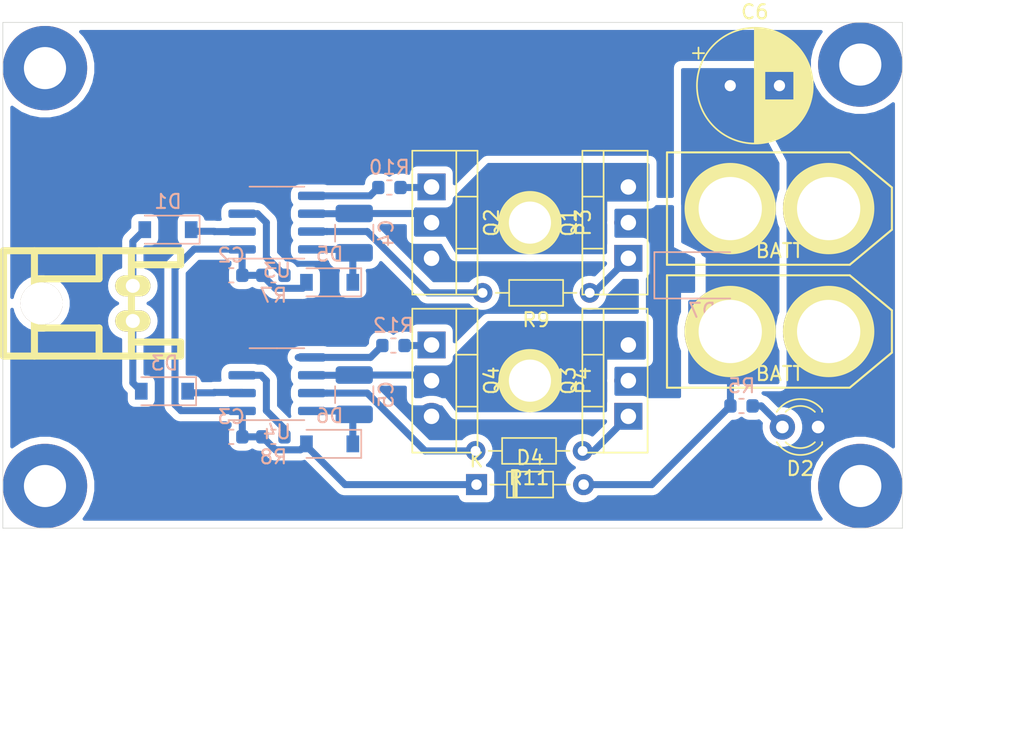
<source format=kicad_pcb>
(kicad_pcb (version 20171130) (host pcbnew "(5.1.4)-1")

  (general
    (thickness 1.6)
    (drawings 9)
    (tracks 94)
    (zones 0)
    (modules 30)
    (nets 24)
  )

  (page A4)
  (layers
    (0 F.Cu signal)
    (31 B.Cu signal)
    (32 B.Adhes user)
    (33 F.Adhes user)
    (34 B.Paste user)
    (35 F.Paste user)
    (36 B.SilkS user)
    (37 F.SilkS user)
    (38 B.Mask user)
    (39 F.Mask user)
    (40 Dwgs.User user)
    (41 Cmts.User user)
    (42 Eco1.User user)
    (43 Eco2.User user)
    (44 Edge.Cuts user)
    (45 Margin user)
    (46 B.CrtYd user)
    (47 F.CrtYd user)
    (48 B.Fab user)
    (49 F.Fab user)
  )

  (setup
    (last_trace_width 0.25)
    (user_trace_width 0.3)
    (user_trace_width 0.5)
    (user_trace_width 1)
    (trace_clearance 0.2)
    (zone_clearance 0.508)
    (zone_45_only no)
    (trace_min 0.2)
    (via_size 0.8)
    (via_drill 0.4)
    (via_min_size 0.4)
    (via_min_drill 0.3)
    (user_via 1.5 1)
    (user_via 6 3)
    (uvia_size 0.3)
    (uvia_drill 0.1)
    (uvias_allowed no)
    (uvia_min_size 0.2)
    (uvia_min_drill 0.1)
    (edge_width 0.05)
    (segment_width 0.2)
    (pcb_text_width 0.3)
    (pcb_text_size 1.5 1.5)
    (mod_edge_width 0.12)
    (mod_text_size 1 1)
    (mod_text_width 0.15)
    (pad_size 1.524 1.524)
    (pad_drill 0.762)
    (pad_to_mask_clearance 0.051)
    (solder_mask_min_width 0.25)
    (aux_axis_origin 0 0)
    (visible_elements 7FFFFFFF)
    (pcbplotparams
      (layerselection 0x01000_fffffffe)
      (usegerberextensions false)
      (usegerberattributes false)
      (usegerberadvancedattributes false)
      (creategerberjobfile false)
      (excludeedgelayer true)
      (linewidth 0.100000)
      (plotframeref false)
      (viasonmask false)
      (mode 1)
      (useauxorigin false)
      (hpglpennumber 1)
      (hpglpenspeed 20)
      (hpglpendiameter 15.000000)
      (psnegative false)
      (psa4output false)
      (plotreference true)
      (plotvalue true)
      (plotinvisibletext false)
      (padsonsilk false)
      (subtractmaskfromsilk false)
      (outputformat 1)
      (mirror false)
      (drillshape 0)
      (scaleselection 1)
      (outputdirectory "C:/Users/3Zuta/OneDrive/デスクトップ/Ki-CAD_Project/工大祭/工大祭MD/Kuge_MD/秋月縛り_出力落としたもの_片面/加工/"))
  )

  (net 0 "")
  (net 1 /batt)
  (net 2 GNDPWR)
  (net 3 /OUT_R)
  (net 4 "Net-(C4-Pad1)")
  (net 5 "Net-(C5-Pad1)")
  (net 6 /OUT_L)
  (net 7 +BATT)
  (net 8 "Net-(D2-Pad2)")
  (net 9 "Net-(D3-Pad2)")
  (net 10 /PWM_L)
  (net 11 /PWM_R)
  (net 12 "Net-(Q1-Pad1)")
  (net 13 "Net-(Q2-Pad1)")
  (net 14 "Net-(Q3-Pad1)")
  (net 15 "Net-(Q4-Pad1)")
  (net 16 "Net-(R7-Pad2)")
  (net 17 "Net-(R8-Pad2)")
  (net 18 "Net-(R9-Pad2)")
  (net 19 "Net-(R10-Pad2)")
  (net 20 "Net-(R11-Pad2)")
  (net 21 "Net-(R12-Pad2)")
  (net 22 /MOTOR_BATT)
  (net 23 "Net-(D1-Pad2)")

  (net_class Default "これはデフォルトのネット クラスです。"
    (clearance 0.2)
    (trace_width 0.25)
    (via_dia 0.8)
    (via_drill 0.4)
    (uvia_dia 0.3)
    (uvia_drill 0.1)
    (add_net +BATT)
    (add_net /MOTOR_BATT)
    (add_net /OUT_L)
    (add_net /OUT_R)
    (add_net /PWM_L)
    (add_net /PWM_R)
    (add_net /batt)
    (add_net GNDPWR)
    (add_net "Net-(C4-Pad1)")
    (add_net "Net-(C5-Pad1)")
    (add_net "Net-(D1-Pad2)")
    (add_net "Net-(D2-Pad2)")
    (add_net "Net-(D3-Pad2)")
    (add_net "Net-(Q1-Pad1)")
    (add_net "Net-(Q2-Pad1)")
    (add_net "Net-(Q3-Pad1)")
    (add_net "Net-(Q4-Pad1)")
    (add_net "Net-(R10-Pad2)")
    (add_net "Net-(R11-Pad2)")
    (add_net "Net-(R12-Pad2)")
    (add_net "Net-(R7-Pad2)")
    (add_net "Net-(R8-Pad2)")
    (add_net "Net-(R9-Pad2)")
  )

  (module Capacitor_SMD:C_0603_1608Metric (layer B.Cu) (tedit 5B301BBE) (tstamp 5D7A05AA)
    (at 111.25 98 180)
    (descr "Capacitor SMD 0603 (1608 Metric), square (rectangular) end terminal, IPC_7351 nominal, (Body size source: http://www.tortai-tech.com/upload/download/2011102023233369053.pdf), generated with kicad-footprint-generator")
    (tags capacitor)
    (path /5E047036)
    (attr smd)
    (fp_text reference C2 (at 0 1.43) (layer B.SilkS)
      (effects (font (size 1 1) (thickness 0.15)) (justify mirror))
    )
    (fp_text value 0.1u (at 0 -1.43) (layer B.Fab)
      (effects (font (size 1 1) (thickness 0.15)) (justify mirror))
    )
    (fp_line (start -0.8 -0.4) (end -0.8 0.4) (layer B.Fab) (width 0.1))
    (fp_line (start -0.8 0.4) (end 0.8 0.4) (layer B.Fab) (width 0.1))
    (fp_line (start 0.8 0.4) (end 0.8 -0.4) (layer B.Fab) (width 0.1))
    (fp_line (start 0.8 -0.4) (end -0.8 -0.4) (layer B.Fab) (width 0.1))
    (fp_line (start -0.162779 0.51) (end 0.162779 0.51) (layer B.SilkS) (width 0.12))
    (fp_line (start -0.162779 -0.51) (end 0.162779 -0.51) (layer B.SilkS) (width 0.12))
    (fp_line (start -1.48 -0.73) (end -1.48 0.73) (layer B.CrtYd) (width 0.05))
    (fp_line (start -1.48 0.73) (end 1.48 0.73) (layer B.CrtYd) (width 0.05))
    (fp_line (start 1.48 0.73) (end 1.48 -0.73) (layer B.CrtYd) (width 0.05))
    (fp_line (start 1.48 -0.73) (end -1.48 -0.73) (layer B.CrtYd) (width 0.05))
    (fp_text user %R (at 0 0) (layer B.Fab)
      (effects (font (size 0.4 0.4) (thickness 0.06)) (justify mirror))
    )
    (pad 1 smd roundrect (at -0.7875 0 180) (size 0.875 0.95) (layers B.Cu B.Paste B.Mask) (roundrect_rratio 0.25)
      (net 1 /batt))
    (pad 2 smd roundrect (at 0.7875 0 180) (size 0.875 0.95) (layers B.Cu B.Paste B.Mask) (roundrect_rratio 0.25)
      (net 2 GNDPWR))
    (model ${KISYS3DMOD}/Capacitor_SMD.3dshapes/C_0603_1608Metric.wrl
      (at (xyz 0 0 0))
      (scale (xyz 1 1 1))
      (rotate (xyz 0 0 0))
    )
  )

  (module Capacitor_SMD:C_0603_1608Metric (layer B.Cu) (tedit 5B301BBE) (tstamp 5D7A05BB)
    (at 111.25 109.5 180)
    (descr "Capacitor SMD 0603 (1608 Metric), square (rectangular) end terminal, IPC_7351 nominal, (Body size source: http://www.tortai-tech.com/upload/download/2011102023233369053.pdf), generated with kicad-footprint-generator")
    (tags capacitor)
    (path /5E04FB53)
    (attr smd)
    (fp_text reference C3 (at 0 1.43) (layer B.SilkS)
      (effects (font (size 1 1) (thickness 0.15)) (justify mirror))
    )
    (fp_text value 0.1u (at 0 -1.43) (layer B.Fab)
      (effects (font (size 1 1) (thickness 0.15)) (justify mirror))
    )
    (fp_line (start -0.8 -0.4) (end -0.8 0.4) (layer B.Fab) (width 0.1))
    (fp_line (start -0.8 0.4) (end 0.8 0.4) (layer B.Fab) (width 0.1))
    (fp_line (start 0.8 0.4) (end 0.8 -0.4) (layer B.Fab) (width 0.1))
    (fp_line (start 0.8 -0.4) (end -0.8 -0.4) (layer B.Fab) (width 0.1))
    (fp_line (start -0.162779 0.51) (end 0.162779 0.51) (layer B.SilkS) (width 0.12))
    (fp_line (start -0.162779 -0.51) (end 0.162779 -0.51) (layer B.SilkS) (width 0.12))
    (fp_line (start -1.48 -0.73) (end -1.48 0.73) (layer B.CrtYd) (width 0.05))
    (fp_line (start -1.48 0.73) (end 1.48 0.73) (layer B.CrtYd) (width 0.05))
    (fp_line (start 1.48 0.73) (end 1.48 -0.73) (layer B.CrtYd) (width 0.05))
    (fp_line (start 1.48 -0.73) (end -1.48 -0.73) (layer B.CrtYd) (width 0.05))
    (fp_text user %R (at 0 0) (layer B.Fab)
      (effects (font (size 0.4 0.4) (thickness 0.06)) (justify mirror))
    )
    (pad 1 smd roundrect (at -0.7875 0 180) (size 0.875 0.95) (layers B.Cu B.Paste B.Mask) (roundrect_rratio 0.25)
      (net 1 /batt))
    (pad 2 smd roundrect (at 0.7875 0 180) (size 0.875 0.95) (layers B.Cu B.Paste B.Mask) (roundrect_rratio 0.25)
      (net 2 GNDPWR))
    (model ${KISYS3DMOD}/Capacitor_SMD.3dshapes/C_0603_1608Metric.wrl
      (at (xyz 0 0 0))
      (scale (xyz 1 1 1))
      (rotate (xyz 0 0 0))
    )
  )

  (module Capacitor_THT:CP_Radial_D8.0mm_P3.50mm (layer F.Cu) (tedit 5AE50EF0) (tstamp 5D7A0686)
    (at 146.75 84.5)
    (descr "CP, Radial series, Radial, pin pitch=3.50mm, , diameter=8mm, Electrolytic Capacitor")
    (tags "CP Radial series Radial pin pitch 3.50mm  diameter 8mm Electrolytic Capacitor")
    (path /5E068F6F)
    (fp_text reference C6 (at 1.75 -5.25) (layer F.SilkS)
      (effects (font (size 1 1) (thickness 0.15)))
    )
    (fp_text value 470u (at 1.75 5.25) (layer F.Fab)
      (effects (font (size 1 1) (thickness 0.15)))
    )
    (fp_circle (center 1.75 0) (end 5.75 0) (layer F.Fab) (width 0.1))
    (fp_circle (center 1.75 0) (end 5.87 0) (layer F.SilkS) (width 0.12))
    (fp_circle (center 1.75 0) (end 6 0) (layer F.CrtYd) (width 0.05))
    (fp_line (start -1.676759 -1.7475) (end -0.876759 -1.7475) (layer F.Fab) (width 0.1))
    (fp_line (start -1.276759 -2.1475) (end -1.276759 -1.3475) (layer F.Fab) (width 0.1))
    (fp_line (start 1.75 -4.08) (end 1.75 4.08) (layer F.SilkS) (width 0.12))
    (fp_line (start 1.79 -4.08) (end 1.79 4.08) (layer F.SilkS) (width 0.12))
    (fp_line (start 1.83 -4.08) (end 1.83 4.08) (layer F.SilkS) (width 0.12))
    (fp_line (start 1.87 -4.079) (end 1.87 4.079) (layer F.SilkS) (width 0.12))
    (fp_line (start 1.91 -4.077) (end 1.91 4.077) (layer F.SilkS) (width 0.12))
    (fp_line (start 1.95 -4.076) (end 1.95 4.076) (layer F.SilkS) (width 0.12))
    (fp_line (start 1.99 -4.074) (end 1.99 4.074) (layer F.SilkS) (width 0.12))
    (fp_line (start 2.03 -4.071) (end 2.03 4.071) (layer F.SilkS) (width 0.12))
    (fp_line (start 2.07 -4.068) (end 2.07 4.068) (layer F.SilkS) (width 0.12))
    (fp_line (start 2.11 -4.065) (end 2.11 4.065) (layer F.SilkS) (width 0.12))
    (fp_line (start 2.15 -4.061) (end 2.15 4.061) (layer F.SilkS) (width 0.12))
    (fp_line (start 2.19 -4.057) (end 2.19 4.057) (layer F.SilkS) (width 0.12))
    (fp_line (start 2.23 -4.052) (end 2.23 4.052) (layer F.SilkS) (width 0.12))
    (fp_line (start 2.27 -4.048) (end 2.27 4.048) (layer F.SilkS) (width 0.12))
    (fp_line (start 2.31 -4.042) (end 2.31 4.042) (layer F.SilkS) (width 0.12))
    (fp_line (start 2.35 -4.037) (end 2.35 4.037) (layer F.SilkS) (width 0.12))
    (fp_line (start 2.39 -4.03) (end 2.39 4.03) (layer F.SilkS) (width 0.12))
    (fp_line (start 2.43 -4.024) (end 2.43 4.024) (layer F.SilkS) (width 0.12))
    (fp_line (start 2.471 -4.017) (end 2.471 -1.04) (layer F.SilkS) (width 0.12))
    (fp_line (start 2.471 1.04) (end 2.471 4.017) (layer F.SilkS) (width 0.12))
    (fp_line (start 2.511 -4.01) (end 2.511 -1.04) (layer F.SilkS) (width 0.12))
    (fp_line (start 2.511 1.04) (end 2.511 4.01) (layer F.SilkS) (width 0.12))
    (fp_line (start 2.551 -4.002) (end 2.551 -1.04) (layer F.SilkS) (width 0.12))
    (fp_line (start 2.551 1.04) (end 2.551 4.002) (layer F.SilkS) (width 0.12))
    (fp_line (start 2.591 -3.994) (end 2.591 -1.04) (layer F.SilkS) (width 0.12))
    (fp_line (start 2.591 1.04) (end 2.591 3.994) (layer F.SilkS) (width 0.12))
    (fp_line (start 2.631 -3.985) (end 2.631 -1.04) (layer F.SilkS) (width 0.12))
    (fp_line (start 2.631 1.04) (end 2.631 3.985) (layer F.SilkS) (width 0.12))
    (fp_line (start 2.671 -3.976) (end 2.671 -1.04) (layer F.SilkS) (width 0.12))
    (fp_line (start 2.671 1.04) (end 2.671 3.976) (layer F.SilkS) (width 0.12))
    (fp_line (start 2.711 -3.967) (end 2.711 -1.04) (layer F.SilkS) (width 0.12))
    (fp_line (start 2.711 1.04) (end 2.711 3.967) (layer F.SilkS) (width 0.12))
    (fp_line (start 2.751 -3.957) (end 2.751 -1.04) (layer F.SilkS) (width 0.12))
    (fp_line (start 2.751 1.04) (end 2.751 3.957) (layer F.SilkS) (width 0.12))
    (fp_line (start 2.791 -3.947) (end 2.791 -1.04) (layer F.SilkS) (width 0.12))
    (fp_line (start 2.791 1.04) (end 2.791 3.947) (layer F.SilkS) (width 0.12))
    (fp_line (start 2.831 -3.936) (end 2.831 -1.04) (layer F.SilkS) (width 0.12))
    (fp_line (start 2.831 1.04) (end 2.831 3.936) (layer F.SilkS) (width 0.12))
    (fp_line (start 2.871 -3.925) (end 2.871 -1.04) (layer F.SilkS) (width 0.12))
    (fp_line (start 2.871 1.04) (end 2.871 3.925) (layer F.SilkS) (width 0.12))
    (fp_line (start 2.911 -3.914) (end 2.911 -1.04) (layer F.SilkS) (width 0.12))
    (fp_line (start 2.911 1.04) (end 2.911 3.914) (layer F.SilkS) (width 0.12))
    (fp_line (start 2.951 -3.902) (end 2.951 -1.04) (layer F.SilkS) (width 0.12))
    (fp_line (start 2.951 1.04) (end 2.951 3.902) (layer F.SilkS) (width 0.12))
    (fp_line (start 2.991 -3.889) (end 2.991 -1.04) (layer F.SilkS) (width 0.12))
    (fp_line (start 2.991 1.04) (end 2.991 3.889) (layer F.SilkS) (width 0.12))
    (fp_line (start 3.031 -3.877) (end 3.031 -1.04) (layer F.SilkS) (width 0.12))
    (fp_line (start 3.031 1.04) (end 3.031 3.877) (layer F.SilkS) (width 0.12))
    (fp_line (start 3.071 -3.863) (end 3.071 -1.04) (layer F.SilkS) (width 0.12))
    (fp_line (start 3.071 1.04) (end 3.071 3.863) (layer F.SilkS) (width 0.12))
    (fp_line (start 3.111 -3.85) (end 3.111 -1.04) (layer F.SilkS) (width 0.12))
    (fp_line (start 3.111 1.04) (end 3.111 3.85) (layer F.SilkS) (width 0.12))
    (fp_line (start 3.151 -3.835) (end 3.151 -1.04) (layer F.SilkS) (width 0.12))
    (fp_line (start 3.151 1.04) (end 3.151 3.835) (layer F.SilkS) (width 0.12))
    (fp_line (start 3.191 -3.821) (end 3.191 -1.04) (layer F.SilkS) (width 0.12))
    (fp_line (start 3.191 1.04) (end 3.191 3.821) (layer F.SilkS) (width 0.12))
    (fp_line (start 3.231 -3.805) (end 3.231 -1.04) (layer F.SilkS) (width 0.12))
    (fp_line (start 3.231 1.04) (end 3.231 3.805) (layer F.SilkS) (width 0.12))
    (fp_line (start 3.271 -3.79) (end 3.271 -1.04) (layer F.SilkS) (width 0.12))
    (fp_line (start 3.271 1.04) (end 3.271 3.79) (layer F.SilkS) (width 0.12))
    (fp_line (start 3.311 -3.774) (end 3.311 -1.04) (layer F.SilkS) (width 0.12))
    (fp_line (start 3.311 1.04) (end 3.311 3.774) (layer F.SilkS) (width 0.12))
    (fp_line (start 3.351 -3.757) (end 3.351 -1.04) (layer F.SilkS) (width 0.12))
    (fp_line (start 3.351 1.04) (end 3.351 3.757) (layer F.SilkS) (width 0.12))
    (fp_line (start 3.391 -3.74) (end 3.391 -1.04) (layer F.SilkS) (width 0.12))
    (fp_line (start 3.391 1.04) (end 3.391 3.74) (layer F.SilkS) (width 0.12))
    (fp_line (start 3.431 -3.722) (end 3.431 -1.04) (layer F.SilkS) (width 0.12))
    (fp_line (start 3.431 1.04) (end 3.431 3.722) (layer F.SilkS) (width 0.12))
    (fp_line (start 3.471 -3.704) (end 3.471 -1.04) (layer F.SilkS) (width 0.12))
    (fp_line (start 3.471 1.04) (end 3.471 3.704) (layer F.SilkS) (width 0.12))
    (fp_line (start 3.511 -3.686) (end 3.511 -1.04) (layer F.SilkS) (width 0.12))
    (fp_line (start 3.511 1.04) (end 3.511 3.686) (layer F.SilkS) (width 0.12))
    (fp_line (start 3.551 -3.666) (end 3.551 -1.04) (layer F.SilkS) (width 0.12))
    (fp_line (start 3.551 1.04) (end 3.551 3.666) (layer F.SilkS) (width 0.12))
    (fp_line (start 3.591 -3.647) (end 3.591 -1.04) (layer F.SilkS) (width 0.12))
    (fp_line (start 3.591 1.04) (end 3.591 3.647) (layer F.SilkS) (width 0.12))
    (fp_line (start 3.631 -3.627) (end 3.631 -1.04) (layer F.SilkS) (width 0.12))
    (fp_line (start 3.631 1.04) (end 3.631 3.627) (layer F.SilkS) (width 0.12))
    (fp_line (start 3.671 -3.606) (end 3.671 -1.04) (layer F.SilkS) (width 0.12))
    (fp_line (start 3.671 1.04) (end 3.671 3.606) (layer F.SilkS) (width 0.12))
    (fp_line (start 3.711 -3.584) (end 3.711 -1.04) (layer F.SilkS) (width 0.12))
    (fp_line (start 3.711 1.04) (end 3.711 3.584) (layer F.SilkS) (width 0.12))
    (fp_line (start 3.751 -3.562) (end 3.751 -1.04) (layer F.SilkS) (width 0.12))
    (fp_line (start 3.751 1.04) (end 3.751 3.562) (layer F.SilkS) (width 0.12))
    (fp_line (start 3.791 -3.54) (end 3.791 -1.04) (layer F.SilkS) (width 0.12))
    (fp_line (start 3.791 1.04) (end 3.791 3.54) (layer F.SilkS) (width 0.12))
    (fp_line (start 3.831 -3.517) (end 3.831 -1.04) (layer F.SilkS) (width 0.12))
    (fp_line (start 3.831 1.04) (end 3.831 3.517) (layer F.SilkS) (width 0.12))
    (fp_line (start 3.871 -3.493) (end 3.871 -1.04) (layer F.SilkS) (width 0.12))
    (fp_line (start 3.871 1.04) (end 3.871 3.493) (layer F.SilkS) (width 0.12))
    (fp_line (start 3.911 -3.469) (end 3.911 -1.04) (layer F.SilkS) (width 0.12))
    (fp_line (start 3.911 1.04) (end 3.911 3.469) (layer F.SilkS) (width 0.12))
    (fp_line (start 3.951 -3.444) (end 3.951 -1.04) (layer F.SilkS) (width 0.12))
    (fp_line (start 3.951 1.04) (end 3.951 3.444) (layer F.SilkS) (width 0.12))
    (fp_line (start 3.991 -3.418) (end 3.991 -1.04) (layer F.SilkS) (width 0.12))
    (fp_line (start 3.991 1.04) (end 3.991 3.418) (layer F.SilkS) (width 0.12))
    (fp_line (start 4.031 -3.392) (end 4.031 -1.04) (layer F.SilkS) (width 0.12))
    (fp_line (start 4.031 1.04) (end 4.031 3.392) (layer F.SilkS) (width 0.12))
    (fp_line (start 4.071 -3.365) (end 4.071 -1.04) (layer F.SilkS) (width 0.12))
    (fp_line (start 4.071 1.04) (end 4.071 3.365) (layer F.SilkS) (width 0.12))
    (fp_line (start 4.111 -3.338) (end 4.111 -1.04) (layer F.SilkS) (width 0.12))
    (fp_line (start 4.111 1.04) (end 4.111 3.338) (layer F.SilkS) (width 0.12))
    (fp_line (start 4.151 -3.309) (end 4.151 -1.04) (layer F.SilkS) (width 0.12))
    (fp_line (start 4.151 1.04) (end 4.151 3.309) (layer F.SilkS) (width 0.12))
    (fp_line (start 4.191 -3.28) (end 4.191 -1.04) (layer F.SilkS) (width 0.12))
    (fp_line (start 4.191 1.04) (end 4.191 3.28) (layer F.SilkS) (width 0.12))
    (fp_line (start 4.231 -3.25) (end 4.231 -1.04) (layer F.SilkS) (width 0.12))
    (fp_line (start 4.231 1.04) (end 4.231 3.25) (layer F.SilkS) (width 0.12))
    (fp_line (start 4.271 -3.22) (end 4.271 -1.04) (layer F.SilkS) (width 0.12))
    (fp_line (start 4.271 1.04) (end 4.271 3.22) (layer F.SilkS) (width 0.12))
    (fp_line (start 4.311 -3.189) (end 4.311 -1.04) (layer F.SilkS) (width 0.12))
    (fp_line (start 4.311 1.04) (end 4.311 3.189) (layer F.SilkS) (width 0.12))
    (fp_line (start 4.351 -3.156) (end 4.351 -1.04) (layer F.SilkS) (width 0.12))
    (fp_line (start 4.351 1.04) (end 4.351 3.156) (layer F.SilkS) (width 0.12))
    (fp_line (start 4.391 -3.124) (end 4.391 -1.04) (layer F.SilkS) (width 0.12))
    (fp_line (start 4.391 1.04) (end 4.391 3.124) (layer F.SilkS) (width 0.12))
    (fp_line (start 4.431 -3.09) (end 4.431 -1.04) (layer F.SilkS) (width 0.12))
    (fp_line (start 4.431 1.04) (end 4.431 3.09) (layer F.SilkS) (width 0.12))
    (fp_line (start 4.471 -3.055) (end 4.471 -1.04) (layer F.SilkS) (width 0.12))
    (fp_line (start 4.471 1.04) (end 4.471 3.055) (layer F.SilkS) (width 0.12))
    (fp_line (start 4.511 -3.019) (end 4.511 -1.04) (layer F.SilkS) (width 0.12))
    (fp_line (start 4.511 1.04) (end 4.511 3.019) (layer F.SilkS) (width 0.12))
    (fp_line (start 4.551 -2.983) (end 4.551 2.983) (layer F.SilkS) (width 0.12))
    (fp_line (start 4.591 -2.945) (end 4.591 2.945) (layer F.SilkS) (width 0.12))
    (fp_line (start 4.631 -2.907) (end 4.631 2.907) (layer F.SilkS) (width 0.12))
    (fp_line (start 4.671 -2.867) (end 4.671 2.867) (layer F.SilkS) (width 0.12))
    (fp_line (start 4.711 -2.826) (end 4.711 2.826) (layer F.SilkS) (width 0.12))
    (fp_line (start 4.751 -2.784) (end 4.751 2.784) (layer F.SilkS) (width 0.12))
    (fp_line (start 4.791 -2.741) (end 4.791 2.741) (layer F.SilkS) (width 0.12))
    (fp_line (start 4.831 -2.697) (end 4.831 2.697) (layer F.SilkS) (width 0.12))
    (fp_line (start 4.871 -2.651) (end 4.871 2.651) (layer F.SilkS) (width 0.12))
    (fp_line (start 4.911 -2.604) (end 4.911 2.604) (layer F.SilkS) (width 0.12))
    (fp_line (start 4.951 -2.556) (end 4.951 2.556) (layer F.SilkS) (width 0.12))
    (fp_line (start 4.991 -2.505) (end 4.991 2.505) (layer F.SilkS) (width 0.12))
    (fp_line (start 5.031 -2.454) (end 5.031 2.454) (layer F.SilkS) (width 0.12))
    (fp_line (start 5.071 -2.4) (end 5.071 2.4) (layer F.SilkS) (width 0.12))
    (fp_line (start 5.111 -2.345) (end 5.111 2.345) (layer F.SilkS) (width 0.12))
    (fp_line (start 5.151 -2.287) (end 5.151 2.287) (layer F.SilkS) (width 0.12))
    (fp_line (start 5.191 -2.228) (end 5.191 2.228) (layer F.SilkS) (width 0.12))
    (fp_line (start 5.231 -2.166) (end 5.231 2.166) (layer F.SilkS) (width 0.12))
    (fp_line (start 5.271 -2.102) (end 5.271 2.102) (layer F.SilkS) (width 0.12))
    (fp_line (start 5.311 -2.034) (end 5.311 2.034) (layer F.SilkS) (width 0.12))
    (fp_line (start 5.351 -1.964) (end 5.351 1.964) (layer F.SilkS) (width 0.12))
    (fp_line (start 5.391 -1.89) (end 5.391 1.89) (layer F.SilkS) (width 0.12))
    (fp_line (start 5.431 -1.813) (end 5.431 1.813) (layer F.SilkS) (width 0.12))
    (fp_line (start 5.471 -1.731) (end 5.471 1.731) (layer F.SilkS) (width 0.12))
    (fp_line (start 5.511 -1.645) (end 5.511 1.645) (layer F.SilkS) (width 0.12))
    (fp_line (start 5.551 -1.552) (end 5.551 1.552) (layer F.SilkS) (width 0.12))
    (fp_line (start 5.591 -1.453) (end 5.591 1.453) (layer F.SilkS) (width 0.12))
    (fp_line (start 5.631 -1.346) (end 5.631 1.346) (layer F.SilkS) (width 0.12))
    (fp_line (start 5.671 -1.229) (end 5.671 1.229) (layer F.SilkS) (width 0.12))
    (fp_line (start 5.711 -1.098) (end 5.711 1.098) (layer F.SilkS) (width 0.12))
    (fp_line (start 5.751 -0.948) (end 5.751 0.948) (layer F.SilkS) (width 0.12))
    (fp_line (start 5.791 -0.768) (end 5.791 0.768) (layer F.SilkS) (width 0.12))
    (fp_line (start 5.831 -0.533) (end 5.831 0.533) (layer F.SilkS) (width 0.12))
    (fp_line (start -2.659698 -2.315) (end -1.859698 -2.315) (layer F.SilkS) (width 0.12))
    (fp_line (start -2.259698 -2.715) (end -2.259698 -1.915) (layer F.SilkS) (width 0.12))
    (fp_text user %R (at 1.75 0) (layer F.Fab)
      (effects (font (size 1 1) (thickness 0.15)))
    )
    (pad 1 thru_hole rect (at 0 0) (size 1.6 1.6) (drill 0.8) (layers *.Cu *.Mask)
      (net 7 +BATT))
    (pad 2 thru_hole circle (at 3.5 0) (size 1.6 1.6) (drill 0.8) (layers *.Cu *.Mask)
      (net 2 GNDPWR))
    (model ${KISYS3DMOD}/Capacitor_THT.3dshapes/CP_Radial_D8.0mm_P3.50mm.wrl
      (at (xyz 0 0 0))
      (scale (xyz 1 1 1))
      (rotate (xyz 0 0 0))
    )
  )

  (module LED_THT:LED_D3.0mm_Clear (layer F.Cu) (tedit 5A6C9BC0) (tstamp 5D7A06B3)
    (at 153 108.8 180)
    (descr "IR-LED, diameter 3.0mm, 2 pins, color: clear")
    (tags "IR infrared LED diameter 3.0mm 2 pins clear")
    (path /5E06AE1A)
    (fp_text reference D2 (at 1.27 -2.96) (layer F.SilkS)
      (effects (font (size 1 1) (thickness 0.15)))
    )
    (fp_text value LED (at 1.27 2.96) (layer F.Fab)
      (effects (font (size 1 1) (thickness 0.15)))
    )
    (fp_arc (start 1.27 0) (end 0.229039 1.08) (angle -87.9) (layer F.SilkS) (width 0.12))
    (fp_arc (start 1.27 0) (end 0.229039 -1.08) (angle 87.9) (layer F.SilkS) (width 0.12))
    (fp_arc (start 1.27 0) (end -0.29 1.235516) (angle -108.8) (layer F.SilkS) (width 0.12))
    (fp_arc (start 1.27 0) (end -0.29 -1.235516) (angle 108.8) (layer F.SilkS) (width 0.12))
    (fp_arc (start 1.27 0) (end -0.23 -1.16619) (angle 284.3) (layer F.Fab) (width 0.1))
    (fp_circle (center 1.27 0) (end 2.77 0) (layer F.Fab) (width 0.1))
    (fp_line (start 3.7 -2.25) (end -1.15 -2.25) (layer F.CrtYd) (width 0.05))
    (fp_line (start 3.7 2.25) (end 3.7 -2.25) (layer F.CrtYd) (width 0.05))
    (fp_line (start -1.15 2.25) (end 3.7 2.25) (layer F.CrtYd) (width 0.05))
    (fp_line (start -1.15 -2.25) (end -1.15 2.25) (layer F.CrtYd) (width 0.05))
    (fp_line (start -0.29 1.08) (end -0.29 1.236) (layer F.SilkS) (width 0.12))
    (fp_line (start -0.29 -1.236) (end -0.29 -1.08) (layer F.SilkS) (width 0.12))
    (fp_line (start -0.23 -1.16619) (end -0.23 1.16619) (layer F.Fab) (width 0.1))
    (fp_text user %R (at 1.47 0) (layer F.Fab)
      (effects (font (size 0.8 0.8) (thickness 0.12)))
    )
    (pad 2 thru_hole circle (at 2.54 0 180) (size 1.8 1.8) (drill 0.9) (layers *.Cu *.Mask)
      (net 8 "Net-(D2-Pad2)"))
    (pad 1 thru_hole rect (at 0 0 180) (size 1.8 1.8) (drill 0.9) (layers *.Cu *.Mask)
      (net 2 GNDPWR))
    (model ${KISYS3DMOD}/LED_THT.3dshapes/LED_D3.0mm_Clear.wrl
      (at (xyz 0 0 0))
      (scale (xyz 1 1 1))
      (rotate (xyz 0 0 0))
    )
  )

  (module Mizz_lib:XT60_M (layer F.Cu) (tedit 5D00BA3A) (tstamp 5D7A0740)
    (at 150.25 102 180)
    (path /5E07036E)
    (fp_text reference P2 (at 0 3) (layer F.Fab)
      (effects (font (size 1 1) (thickness 0.15)))
    )
    (fp_text value BATT (at 0 -3) (layer F.SilkS)
      (effects (font (size 1 1) (thickness 0.15)))
    )
    (fp_line (start 8 -4) (end 8 4) (layer F.SilkS) (width 0.15))
    (fp_line (start -8 -1.5) (end -8 1.5) (layer F.SilkS) (width 0.15))
    (fp_line (start -5 -4) (end 8 -4) (layer F.SilkS) (width 0.15))
    (fp_line (start -8 -1.5) (end -5 -4) (layer F.SilkS) (width 0.15))
    (fp_line (start -5 4) (end 8 4) (layer F.SilkS) (width 0.15))
    (fp_line (start -8 1.5) (end -5 4) (layer F.SilkS) (width 0.15))
    (pad 2 thru_hole circle (at 3.5 0 180) (size 6.5 6.5) (drill 4.5) (layers *.Cu *.Mask F.SilkS)
      (net 7 +BATT))
    (pad 1 thru_hole circle (at -3.5 0 180) (size 6.5 6.5) (drill 4.5) (layers *.Cu *.Mask F.SilkS)
      (net 2 GNDPWR))
    (model "C:/Users/81906/Documents/Ki-Cad_Lib/3Dmodel/XT60_m/XT60 Stecker.stp"
      (at (xyz 0 0 0))
      (scale (xyz 1 1 1))
      (rotate (xyz 0 0 0))
    )
  )

  (module Package_TO_SOT_THT:TO-220-3_Vertical (layer F.Cu) (tedit 5AC8BA0D) (tstamp 5D7A0766)
    (at 139.5 96.79 90)
    (descr "TO-220-3, Vertical, RM 2.54mm, see https://www.vishay.com/docs/66542/to-220-1.pdf")
    (tags "TO-220-3 Vertical RM 2.54mm")
    (path /5E04BC73)
    (fp_text reference Q1 (at 2.54 -4.27 90) (layer F.SilkS)
      (effects (font (size 1 1) (thickness 0.15)))
    )
    (fp_text value Q_NMOS_GDS (at 2.54 2.5 90) (layer F.Fab)
      (effects (font (size 1 1) (thickness 0.15)))
    )
    (fp_line (start -2.46 -3.15) (end -2.46 1.25) (layer F.Fab) (width 0.1))
    (fp_line (start -2.46 1.25) (end 7.54 1.25) (layer F.Fab) (width 0.1))
    (fp_line (start 7.54 1.25) (end 7.54 -3.15) (layer F.Fab) (width 0.1))
    (fp_line (start 7.54 -3.15) (end -2.46 -3.15) (layer F.Fab) (width 0.1))
    (fp_line (start -2.46 -1.88) (end 7.54 -1.88) (layer F.Fab) (width 0.1))
    (fp_line (start 0.69 -3.15) (end 0.69 -1.88) (layer F.Fab) (width 0.1))
    (fp_line (start 4.39 -3.15) (end 4.39 -1.88) (layer F.Fab) (width 0.1))
    (fp_line (start -2.58 -3.27) (end 7.66 -3.27) (layer F.SilkS) (width 0.12))
    (fp_line (start -2.58 1.371) (end 7.66 1.371) (layer F.SilkS) (width 0.12))
    (fp_line (start -2.58 -3.27) (end -2.58 1.371) (layer F.SilkS) (width 0.12))
    (fp_line (start 7.66 -3.27) (end 7.66 1.371) (layer F.SilkS) (width 0.12))
    (fp_line (start -2.58 -1.76) (end 7.66 -1.76) (layer F.SilkS) (width 0.12))
    (fp_line (start 0.69 -3.27) (end 0.69 -1.76) (layer F.SilkS) (width 0.12))
    (fp_line (start 4.391 -3.27) (end 4.391 -1.76) (layer F.SilkS) (width 0.12))
    (fp_line (start -2.71 -3.4) (end -2.71 1.51) (layer F.CrtYd) (width 0.05))
    (fp_line (start -2.71 1.51) (end 7.79 1.51) (layer F.CrtYd) (width 0.05))
    (fp_line (start 7.79 1.51) (end 7.79 -3.4) (layer F.CrtYd) (width 0.05))
    (fp_line (start 7.79 -3.4) (end -2.71 -3.4) (layer F.CrtYd) (width 0.05))
    (fp_text user %R (at 2.54 -4.27 90) (layer F.Fab)
      (effects (font (size 1 1) (thickness 0.15)))
    )
    (pad 1 thru_hole rect (at 0 0 90) (size 1.905 2) (drill 1.1) (layers *.Cu *.Mask)
      (net 12 "Net-(Q1-Pad1)"))
    (pad 2 thru_hole oval (at 2.54 0 90) (size 1.905 2) (drill 1.1) (layers *.Cu *.Mask)
      (net 22 /MOTOR_BATT))
    (pad 3 thru_hole oval (at 5.08 0 90) (size 1.905 2) (drill 1.1) (layers *.Cu *.Mask)
      (net 3 /OUT_R))
    (model ${KISYS3DMOD}/Package_TO_SOT_THT.3dshapes/TO-220-3_Vertical.wrl
      (at (xyz 0 0 0))
      (scale (xyz 1 1 1))
      (rotate (xyz 0 0 0))
    )
  )

  (module Package_TO_SOT_THT:TO-220-3_Vertical (layer F.Cu) (tedit 5AC8BA0D) (tstamp 5D7A0780)
    (at 125.5 91.71 270)
    (descr "TO-220-3, Vertical, RM 2.54mm, see https://www.vishay.com/docs/66542/to-220-1.pdf")
    (tags "TO-220-3 Vertical RM 2.54mm")
    (path /5E04CE83)
    (fp_text reference Q2 (at 2.54 -4.27 90) (layer F.SilkS)
      (effects (font (size 1 1) (thickness 0.15)))
    )
    (fp_text value Q_NMOS_GDS (at 2.54 2.5 90) (layer F.Fab)
      (effects (font (size 1 1) (thickness 0.15)))
    )
    (fp_text user %R (at 2.54 -4.27 90) (layer F.Fab)
      (effects (font (size 1 1) (thickness 0.15)))
    )
    (fp_line (start 7.79 -3.4) (end -2.71 -3.4) (layer F.CrtYd) (width 0.05))
    (fp_line (start 7.79 1.51) (end 7.79 -3.4) (layer F.CrtYd) (width 0.05))
    (fp_line (start -2.71 1.51) (end 7.79 1.51) (layer F.CrtYd) (width 0.05))
    (fp_line (start -2.71 -3.4) (end -2.71 1.51) (layer F.CrtYd) (width 0.05))
    (fp_line (start 4.391 -3.27) (end 4.391 -1.76) (layer F.SilkS) (width 0.12))
    (fp_line (start 0.69 -3.27) (end 0.69 -1.76) (layer F.SilkS) (width 0.12))
    (fp_line (start -2.58 -1.76) (end 7.66 -1.76) (layer F.SilkS) (width 0.12))
    (fp_line (start 7.66 -3.27) (end 7.66 1.371) (layer F.SilkS) (width 0.12))
    (fp_line (start -2.58 -3.27) (end -2.58 1.371) (layer F.SilkS) (width 0.12))
    (fp_line (start -2.58 1.371) (end 7.66 1.371) (layer F.SilkS) (width 0.12))
    (fp_line (start -2.58 -3.27) (end 7.66 -3.27) (layer F.SilkS) (width 0.12))
    (fp_line (start 4.39 -3.15) (end 4.39 -1.88) (layer F.Fab) (width 0.1))
    (fp_line (start 0.69 -3.15) (end 0.69 -1.88) (layer F.Fab) (width 0.1))
    (fp_line (start -2.46 -1.88) (end 7.54 -1.88) (layer F.Fab) (width 0.1))
    (fp_line (start 7.54 -3.15) (end -2.46 -3.15) (layer F.Fab) (width 0.1))
    (fp_line (start 7.54 1.25) (end 7.54 -3.15) (layer F.Fab) (width 0.1))
    (fp_line (start -2.46 1.25) (end 7.54 1.25) (layer F.Fab) (width 0.1))
    (fp_line (start -2.46 -3.15) (end -2.46 1.25) (layer F.Fab) (width 0.1))
    (pad 3 thru_hole oval (at 5.08 0 270) (size 1.905 2) (drill 1.1) (layers *.Cu *.Mask)
      (net 2 GNDPWR))
    (pad 2 thru_hole oval (at 2.54 0 270) (size 1.905 2) (drill 1.1) (layers *.Cu *.Mask)
      (net 3 /OUT_R))
    (pad 1 thru_hole rect (at 0 0 270) (size 1.905 2) (drill 1.1) (layers *.Cu *.Mask)
      (net 13 "Net-(Q2-Pad1)"))
    (model ${KISYS3DMOD}/Package_TO_SOT_THT.3dshapes/TO-220-3_Vertical.wrl
      (at (xyz 0 0 0))
      (scale (xyz 1 1 1))
      (rotate (xyz 0 0 0))
    )
  )

  (module Package_TO_SOT_THT:TO-220-3_Vertical (layer F.Cu) (tedit 5AC8BA0D) (tstamp 5D7A079A)
    (at 139.5 108.04 90)
    (descr "TO-220-3, Vertical, RM 2.54mm, see https://www.vishay.com/docs/66542/to-220-1.pdf")
    (tags "TO-220-3 Vertical RM 2.54mm")
    (path /5E04FB87)
    (fp_text reference Q3 (at 2.54 -4.27 90) (layer F.SilkS)
      (effects (font (size 1 1) (thickness 0.15)))
    )
    (fp_text value Q_NMOS_GDS (at 2.54 2.5 90) (layer F.Fab)
      (effects (font (size 1 1) (thickness 0.15)))
    )
    (fp_text user %R (at 2.54 -4.27 90) (layer F.Fab)
      (effects (font (size 1 1) (thickness 0.15)))
    )
    (fp_line (start 7.79 -3.4) (end -2.71 -3.4) (layer F.CrtYd) (width 0.05))
    (fp_line (start 7.79 1.51) (end 7.79 -3.4) (layer F.CrtYd) (width 0.05))
    (fp_line (start -2.71 1.51) (end 7.79 1.51) (layer F.CrtYd) (width 0.05))
    (fp_line (start -2.71 -3.4) (end -2.71 1.51) (layer F.CrtYd) (width 0.05))
    (fp_line (start 4.391 -3.27) (end 4.391 -1.76) (layer F.SilkS) (width 0.12))
    (fp_line (start 0.69 -3.27) (end 0.69 -1.76) (layer F.SilkS) (width 0.12))
    (fp_line (start -2.58 -1.76) (end 7.66 -1.76) (layer F.SilkS) (width 0.12))
    (fp_line (start 7.66 -3.27) (end 7.66 1.371) (layer F.SilkS) (width 0.12))
    (fp_line (start -2.58 -3.27) (end -2.58 1.371) (layer F.SilkS) (width 0.12))
    (fp_line (start -2.58 1.371) (end 7.66 1.371) (layer F.SilkS) (width 0.12))
    (fp_line (start -2.58 -3.27) (end 7.66 -3.27) (layer F.SilkS) (width 0.12))
    (fp_line (start 4.39 -3.15) (end 4.39 -1.88) (layer F.Fab) (width 0.1))
    (fp_line (start 0.69 -3.15) (end 0.69 -1.88) (layer F.Fab) (width 0.1))
    (fp_line (start -2.46 -1.88) (end 7.54 -1.88) (layer F.Fab) (width 0.1))
    (fp_line (start 7.54 -3.15) (end -2.46 -3.15) (layer F.Fab) (width 0.1))
    (fp_line (start 7.54 1.25) (end 7.54 -3.15) (layer F.Fab) (width 0.1))
    (fp_line (start -2.46 1.25) (end 7.54 1.25) (layer F.Fab) (width 0.1))
    (fp_line (start -2.46 -3.15) (end -2.46 1.25) (layer F.Fab) (width 0.1))
    (pad 3 thru_hole oval (at 5.08 0 90) (size 1.905 2) (drill 1.1) (layers *.Cu *.Mask)
      (net 6 /OUT_L))
    (pad 2 thru_hole oval (at 2.54 0 90) (size 1.905 2) (drill 1.1) (layers *.Cu *.Mask)
      (net 22 /MOTOR_BATT))
    (pad 1 thru_hole rect (at 0 0 90) (size 1.905 2) (drill 1.1) (layers *.Cu *.Mask)
      (net 14 "Net-(Q3-Pad1)"))
    (model ${KISYS3DMOD}/Package_TO_SOT_THT.3dshapes/TO-220-3_Vertical.wrl
      (at (xyz 0 0 0))
      (scale (xyz 1 1 1))
      (rotate (xyz 0 0 0))
    )
  )

  (module Package_TO_SOT_THT:TO-220-3_Vertical (layer F.Cu) (tedit 5AC8BA0D) (tstamp 5D7A07B4)
    (at 125.5 102.96 270)
    (descr "TO-220-3, Vertical, RM 2.54mm, see https://www.vishay.com/docs/66542/to-220-1.pdf")
    (tags "TO-220-3 Vertical RM 2.54mm")
    (path /5E04FB91)
    (fp_text reference Q4 (at 2.54 -4.27 90) (layer F.SilkS)
      (effects (font (size 1 1) (thickness 0.15)))
    )
    (fp_text value Q_NMOS_GDS (at 2.54 2.5 90) (layer F.Fab)
      (effects (font (size 1 1) (thickness 0.15)))
    )
    (fp_line (start -2.46 -3.15) (end -2.46 1.25) (layer F.Fab) (width 0.1))
    (fp_line (start -2.46 1.25) (end 7.54 1.25) (layer F.Fab) (width 0.1))
    (fp_line (start 7.54 1.25) (end 7.54 -3.15) (layer F.Fab) (width 0.1))
    (fp_line (start 7.54 -3.15) (end -2.46 -3.15) (layer F.Fab) (width 0.1))
    (fp_line (start -2.46 -1.88) (end 7.54 -1.88) (layer F.Fab) (width 0.1))
    (fp_line (start 0.69 -3.15) (end 0.69 -1.88) (layer F.Fab) (width 0.1))
    (fp_line (start 4.39 -3.15) (end 4.39 -1.88) (layer F.Fab) (width 0.1))
    (fp_line (start -2.58 -3.27) (end 7.66 -3.27) (layer F.SilkS) (width 0.12))
    (fp_line (start -2.58 1.371) (end 7.66 1.371) (layer F.SilkS) (width 0.12))
    (fp_line (start -2.58 -3.27) (end -2.58 1.371) (layer F.SilkS) (width 0.12))
    (fp_line (start 7.66 -3.27) (end 7.66 1.371) (layer F.SilkS) (width 0.12))
    (fp_line (start -2.58 -1.76) (end 7.66 -1.76) (layer F.SilkS) (width 0.12))
    (fp_line (start 0.69 -3.27) (end 0.69 -1.76) (layer F.SilkS) (width 0.12))
    (fp_line (start 4.391 -3.27) (end 4.391 -1.76) (layer F.SilkS) (width 0.12))
    (fp_line (start -2.71 -3.4) (end -2.71 1.51) (layer F.CrtYd) (width 0.05))
    (fp_line (start -2.71 1.51) (end 7.79 1.51) (layer F.CrtYd) (width 0.05))
    (fp_line (start 7.79 1.51) (end 7.79 -3.4) (layer F.CrtYd) (width 0.05))
    (fp_line (start 7.79 -3.4) (end -2.71 -3.4) (layer F.CrtYd) (width 0.05))
    (fp_text user %R (at 2.54 -4.27 90) (layer F.Fab)
      (effects (font (size 1 1) (thickness 0.15)))
    )
    (pad 1 thru_hole rect (at 0 0 270) (size 1.905 2) (drill 1.1) (layers *.Cu *.Mask)
      (net 15 "Net-(Q4-Pad1)"))
    (pad 2 thru_hole oval (at 2.54 0 270) (size 1.905 2) (drill 1.1) (layers *.Cu *.Mask)
      (net 6 /OUT_L))
    (pad 3 thru_hole oval (at 5.08 0 270) (size 1.905 2) (drill 1.1) (layers *.Cu *.Mask)
      (net 2 GNDPWR))
    (model ${KISYS3DMOD}/Package_TO_SOT_THT.3dshapes/TO-220-3_Vertical.wrl
      (at (xyz 0 0 0))
      (scale (xyz 1 1 1))
      (rotate (xyz 0 0 0))
    )
  )

  (module Resistor_SMD:R_0603_1608Metric (layer B.Cu) (tedit 5B301BBD) (tstamp 5D7A0809)
    (at 147.55 107.3 180)
    (descr "Resistor SMD 0603 (1608 Metric), square (rectangular) end terminal, IPC_7351 nominal, (Body size source: http://www.tortai-tech.com/upload/download/2011102023233369053.pdf), generated with kicad-footprint-generator")
    (tags resistor)
    (path /5E06A3A2)
    (attr smd)
    (fp_text reference R5 (at 0 1.43) (layer B.SilkS)
      (effects (font (size 1 1) (thickness 0.15)) (justify mirror))
    )
    (fp_text value 2.2k (at 0 -1.43) (layer B.Fab)
      (effects (font (size 1 1) (thickness 0.15)) (justify mirror))
    )
    (fp_line (start -0.8 -0.4) (end -0.8 0.4) (layer B.Fab) (width 0.1))
    (fp_line (start -0.8 0.4) (end 0.8 0.4) (layer B.Fab) (width 0.1))
    (fp_line (start 0.8 0.4) (end 0.8 -0.4) (layer B.Fab) (width 0.1))
    (fp_line (start 0.8 -0.4) (end -0.8 -0.4) (layer B.Fab) (width 0.1))
    (fp_line (start -0.162779 0.51) (end 0.162779 0.51) (layer B.SilkS) (width 0.12))
    (fp_line (start -0.162779 -0.51) (end 0.162779 -0.51) (layer B.SilkS) (width 0.12))
    (fp_line (start -1.48 -0.73) (end -1.48 0.73) (layer B.CrtYd) (width 0.05))
    (fp_line (start -1.48 0.73) (end 1.48 0.73) (layer B.CrtYd) (width 0.05))
    (fp_line (start 1.48 0.73) (end 1.48 -0.73) (layer B.CrtYd) (width 0.05))
    (fp_line (start 1.48 -0.73) (end -1.48 -0.73) (layer B.CrtYd) (width 0.05))
    (fp_text user %R (at 0 0) (layer B.Fab)
      (effects (font (size 0.4 0.4) (thickness 0.06)) (justify mirror))
    )
    (pad 1 smd roundrect (at -0.7875 0 180) (size 0.875 0.95) (layers B.Cu B.Paste B.Mask) (roundrect_rratio 0.25)
      (net 8 "Net-(D2-Pad2)"))
    (pad 2 smd roundrect (at 0.7875 0 180) (size 0.875 0.95) (layers B.Cu B.Paste B.Mask) (roundrect_rratio 0.25)
      (net 7 +BATT))
    (model ${KISYS3DMOD}/Resistor_SMD.3dshapes/R_0603_1608Metric.wrl
      (at (xyz 0 0 0))
      (scale (xyz 1 1 1))
      (rotate (xyz 0 0 0))
    )
  )

  (module Resistor_SMD:R_0603_1608Metric (layer B.Cu) (tedit 5B301BBD) (tstamp 5D7A082B)
    (at 114.25 98)
    (descr "Resistor SMD 0603 (1608 Metric), square (rectangular) end terminal, IPC_7351 nominal, (Body size source: http://www.tortai-tech.com/upload/download/2011102023233369053.pdf), generated with kicad-footprint-generator")
    (tags resistor)
    (path /5E04A466)
    (attr smd)
    (fp_text reference R7 (at 0 1.43) (layer B.SilkS)
      (effects (font (size 1 1) (thickness 0.15)) (justify mirror))
    )
    (fp_text value 10k (at 0 -1.43) (layer B.Fab)
      (effects (font (size 1 1) (thickness 0.15)) (justify mirror))
    )
    (fp_line (start -0.8 -0.4) (end -0.8 0.4) (layer B.Fab) (width 0.1))
    (fp_line (start -0.8 0.4) (end 0.8 0.4) (layer B.Fab) (width 0.1))
    (fp_line (start 0.8 0.4) (end 0.8 -0.4) (layer B.Fab) (width 0.1))
    (fp_line (start 0.8 -0.4) (end -0.8 -0.4) (layer B.Fab) (width 0.1))
    (fp_line (start -0.162779 0.51) (end 0.162779 0.51) (layer B.SilkS) (width 0.12))
    (fp_line (start -0.162779 -0.51) (end 0.162779 -0.51) (layer B.SilkS) (width 0.12))
    (fp_line (start -1.48 -0.73) (end -1.48 0.73) (layer B.CrtYd) (width 0.05))
    (fp_line (start -1.48 0.73) (end 1.48 0.73) (layer B.CrtYd) (width 0.05))
    (fp_line (start 1.48 0.73) (end 1.48 -0.73) (layer B.CrtYd) (width 0.05))
    (fp_line (start 1.48 -0.73) (end -1.48 -0.73) (layer B.CrtYd) (width 0.05))
    (fp_text user %R (at 0 0) (layer B.Fab)
      (effects (font (size 0.4 0.4) (thickness 0.06)) (justify mirror))
    )
    (pad 1 smd roundrect (at -0.7875 0) (size 0.875 0.95) (layers B.Cu B.Paste B.Mask) (roundrect_rratio 0.25)
      (net 1 /batt))
    (pad 2 smd roundrect (at 0.7875 0) (size 0.875 0.95) (layers B.Cu B.Paste B.Mask) (roundrect_rratio 0.25)
      (net 16 "Net-(R7-Pad2)"))
    (model ${KISYS3DMOD}/Resistor_SMD.3dshapes/R_0603_1608Metric.wrl
      (at (xyz 0 0 0))
      (scale (xyz 1 1 1))
      (rotate (xyz 0 0 0))
    )
  )

  (module Resistor_SMD:R_0603_1608Metric (layer B.Cu) (tedit 5B301BBD) (tstamp 5D7A083C)
    (at 114.25 109.5)
    (descr "Resistor SMD 0603 (1608 Metric), square (rectangular) end terminal, IPC_7351 nominal, (Body size source: http://www.tortai-tech.com/upload/download/2011102023233369053.pdf), generated with kicad-footprint-generator")
    (tags resistor)
    (path /5E04FB75)
    (attr smd)
    (fp_text reference R8 (at 0 1.43) (layer B.SilkS)
      (effects (font (size 1 1) (thickness 0.15)) (justify mirror))
    )
    (fp_text value 10k (at 0 -1.43) (layer B.Fab)
      (effects (font (size 1 1) (thickness 0.15)) (justify mirror))
    )
    (fp_text user %R (at 0 0) (layer B.Fab)
      (effects (font (size 0.4 0.4) (thickness 0.06)) (justify mirror))
    )
    (fp_line (start 1.48 -0.73) (end -1.48 -0.73) (layer B.CrtYd) (width 0.05))
    (fp_line (start 1.48 0.73) (end 1.48 -0.73) (layer B.CrtYd) (width 0.05))
    (fp_line (start -1.48 0.73) (end 1.48 0.73) (layer B.CrtYd) (width 0.05))
    (fp_line (start -1.48 -0.73) (end -1.48 0.73) (layer B.CrtYd) (width 0.05))
    (fp_line (start -0.162779 -0.51) (end 0.162779 -0.51) (layer B.SilkS) (width 0.12))
    (fp_line (start -0.162779 0.51) (end 0.162779 0.51) (layer B.SilkS) (width 0.12))
    (fp_line (start 0.8 -0.4) (end -0.8 -0.4) (layer B.Fab) (width 0.1))
    (fp_line (start 0.8 0.4) (end 0.8 -0.4) (layer B.Fab) (width 0.1))
    (fp_line (start -0.8 0.4) (end 0.8 0.4) (layer B.Fab) (width 0.1))
    (fp_line (start -0.8 -0.4) (end -0.8 0.4) (layer B.Fab) (width 0.1))
    (pad 2 smd roundrect (at 0.7875 0) (size 0.875 0.95) (layers B.Cu B.Paste B.Mask) (roundrect_rratio 0.25)
      (net 17 "Net-(R8-Pad2)"))
    (pad 1 smd roundrect (at -0.7875 0) (size 0.875 0.95) (layers B.Cu B.Paste B.Mask) (roundrect_rratio 0.25)
      (net 1 /batt))
    (model ${KISYS3DMOD}/Resistor_SMD.3dshapes/R_0603_1608Metric.wrl
      (at (xyz 0 0 0))
      (scale (xyz 1 1 1))
      (rotate (xyz 0 0 0))
    )
  )

  (module Package_SO:SOIC-8_3.9x4.9mm_P1.27mm (layer B.Cu) (tedit 5C97300E) (tstamp 5D7A08CA)
    (at 114.5 94.25)
    (descr "SOIC, 8 Pin (JEDEC MS-012AA, https://www.analog.com/media/en/package-pcb-resources/package/pkg_pdf/soic_narrow-r/r_8.pdf), generated with kicad-footprint-generator ipc_gullwing_generator.py")
    (tags "SOIC SO")
    (path /5E04487E)
    (attr smd)
    (fp_text reference U3 (at 0 3.4) (layer B.SilkS)
      (effects (font (size 1 1) (thickness 0.15)) (justify mirror))
    )
    (fp_text value IR2302 (at 0 -3.4) (layer B.Fab)
      (effects (font (size 1 1) (thickness 0.15)) (justify mirror))
    )
    (fp_line (start 0 -2.56) (end 1.95 -2.56) (layer B.SilkS) (width 0.12))
    (fp_line (start 0 -2.56) (end -1.95 -2.56) (layer B.SilkS) (width 0.12))
    (fp_line (start 0 2.56) (end 1.95 2.56) (layer B.SilkS) (width 0.12))
    (fp_line (start 0 2.56) (end -3.45 2.56) (layer B.SilkS) (width 0.12))
    (fp_line (start -0.975 2.45) (end 1.95 2.45) (layer B.Fab) (width 0.1))
    (fp_line (start 1.95 2.45) (end 1.95 -2.45) (layer B.Fab) (width 0.1))
    (fp_line (start 1.95 -2.45) (end -1.95 -2.45) (layer B.Fab) (width 0.1))
    (fp_line (start -1.95 -2.45) (end -1.95 1.475) (layer B.Fab) (width 0.1))
    (fp_line (start -1.95 1.475) (end -0.975 2.45) (layer B.Fab) (width 0.1))
    (fp_line (start -3.7 2.7) (end -3.7 -2.7) (layer B.CrtYd) (width 0.05))
    (fp_line (start -3.7 -2.7) (end 3.7 -2.7) (layer B.CrtYd) (width 0.05))
    (fp_line (start 3.7 -2.7) (end 3.7 2.7) (layer B.CrtYd) (width 0.05))
    (fp_line (start 3.7 2.7) (end -3.7 2.7) (layer B.CrtYd) (width 0.05))
    (fp_text user %R (at 0 0) (layer B.Fab)
      (effects (font (size 0.98 0.98) (thickness 0.15)) (justify mirror))
    )
    (pad 1 smd roundrect (at -2.475 1.905) (size 1.95 0.6) (layers B.Cu B.Paste B.Mask) (roundrect_rratio 0.25)
      (net 1 /batt))
    (pad 2 smd roundrect (at -2.475 0.635) (size 1.95 0.6) (layers B.Cu B.Paste B.Mask) (roundrect_rratio 0.25)
      (net 11 /PWM_R))
    (pad 3 smd roundrect (at -2.475 -0.635) (size 1.95 0.6) (layers B.Cu B.Paste B.Mask) (roundrect_rratio 0.25)
      (net 16 "Net-(R7-Pad2)"))
    (pad 4 smd roundrect (at -2.475 -1.905) (size 1.95 0.6) (layers B.Cu B.Paste B.Mask) (roundrect_rratio 0.25)
      (net 2 GNDPWR))
    (pad 5 smd roundrect (at 2.475 -1.905) (size 1.95 0.6) (layers B.Cu B.Paste B.Mask) (roundrect_rratio 0.25)
      (net 19 "Net-(R10-Pad2)"))
    (pad 6 smd roundrect (at 2.475 -0.635) (size 1.95 0.6) (layers B.Cu B.Paste B.Mask) (roundrect_rratio 0.25)
      (net 3 /OUT_R))
    (pad 7 smd roundrect (at 2.475 0.635) (size 1.95 0.6) (layers B.Cu B.Paste B.Mask) (roundrect_rratio 0.25)
      (net 18 "Net-(R9-Pad2)"))
    (pad 8 smd roundrect (at 2.475 1.905) (size 1.95 0.6) (layers B.Cu B.Paste B.Mask) (roundrect_rratio 0.25)
      (net 4 "Net-(C4-Pad1)"))
    (model ${KISYS3DMOD}/Package_SO.3dshapes/SOIC-8_3.9x4.9mm_P1.27mm.wrl
      (at (xyz 0 0 0))
      (scale (xyz 1 1 1))
      (rotate (xyz 0 0 0))
    )
  )

  (module Package_SO:SOIC-8_3.9x4.9mm_P1.27mm (layer B.Cu) (tedit 5C97300E) (tstamp 5D7A08E4)
    (at 114.5 105.75)
    (descr "SOIC, 8 Pin (JEDEC MS-012AA, https://www.analog.com/media/en/package-pcb-resources/package/pkg_pdf/soic_narrow-r/r_8.pdf), generated with kicad-footprint-generator ipc_gullwing_generator.py")
    (tags "SOIC SO")
    (path /5E04FB21)
    (attr smd)
    (fp_text reference U4 (at 0 3.4) (layer B.SilkS)
      (effects (font (size 1 1) (thickness 0.15)) (justify mirror))
    )
    (fp_text value IR2302 (at 0 -3.4) (layer B.Fab)
      (effects (font (size 1 1) (thickness 0.15)) (justify mirror))
    )
    (fp_text user %R (at 0 0) (layer B.Fab)
      (effects (font (size 0.98 0.98) (thickness 0.15)) (justify mirror))
    )
    (fp_line (start 3.7 2.7) (end -3.7 2.7) (layer B.CrtYd) (width 0.05))
    (fp_line (start 3.7 -2.7) (end 3.7 2.7) (layer B.CrtYd) (width 0.05))
    (fp_line (start -3.7 -2.7) (end 3.7 -2.7) (layer B.CrtYd) (width 0.05))
    (fp_line (start -3.7 2.7) (end -3.7 -2.7) (layer B.CrtYd) (width 0.05))
    (fp_line (start -1.95 1.475) (end -0.975 2.45) (layer B.Fab) (width 0.1))
    (fp_line (start -1.95 -2.45) (end -1.95 1.475) (layer B.Fab) (width 0.1))
    (fp_line (start 1.95 -2.45) (end -1.95 -2.45) (layer B.Fab) (width 0.1))
    (fp_line (start 1.95 2.45) (end 1.95 -2.45) (layer B.Fab) (width 0.1))
    (fp_line (start -0.975 2.45) (end 1.95 2.45) (layer B.Fab) (width 0.1))
    (fp_line (start 0 2.56) (end -3.45 2.56) (layer B.SilkS) (width 0.12))
    (fp_line (start 0 2.56) (end 1.95 2.56) (layer B.SilkS) (width 0.12))
    (fp_line (start 0 -2.56) (end -1.95 -2.56) (layer B.SilkS) (width 0.12))
    (fp_line (start 0 -2.56) (end 1.95 -2.56) (layer B.SilkS) (width 0.12))
    (pad 8 smd roundrect (at 2.475 1.905) (size 1.95 0.6) (layers B.Cu B.Paste B.Mask) (roundrect_rratio 0.25)
      (net 5 "Net-(C5-Pad1)"))
    (pad 7 smd roundrect (at 2.475 0.635) (size 1.95 0.6) (layers B.Cu B.Paste B.Mask) (roundrect_rratio 0.25)
      (net 20 "Net-(R11-Pad2)"))
    (pad 6 smd roundrect (at 2.475 -0.635) (size 1.95 0.6) (layers B.Cu B.Paste B.Mask) (roundrect_rratio 0.25)
      (net 6 /OUT_L))
    (pad 5 smd roundrect (at 2.475 -1.905) (size 1.95 0.6) (layers B.Cu B.Paste B.Mask) (roundrect_rratio 0.25)
      (net 21 "Net-(R12-Pad2)"))
    (pad 4 smd roundrect (at -2.475 -1.905) (size 1.95 0.6) (layers B.Cu B.Paste B.Mask) (roundrect_rratio 0.25)
      (net 2 GNDPWR))
    (pad 3 smd roundrect (at -2.475 -0.635) (size 1.95 0.6) (layers B.Cu B.Paste B.Mask) (roundrect_rratio 0.25)
      (net 17 "Net-(R8-Pad2)"))
    (pad 2 smd roundrect (at -2.475 0.635) (size 1.95 0.6) (layers B.Cu B.Paste B.Mask) (roundrect_rratio 0.25)
      (net 10 /PWM_L))
    (pad 1 smd roundrect (at -2.475 1.905) (size 1.95 0.6) (layers B.Cu B.Paste B.Mask) (roundrect_rratio 0.25)
      (net 1 /batt))
    (model ${KISYS3DMOD}/Package_SO.3dshapes/SOIC-8_3.9x4.9mm_P1.27mm.wrl
      (at (xyz 0 0 0))
      (scale (xyz 1 1 1))
      (rotate (xyz 0 0 0))
    )
  )

  (module Capacitor_SMD:C_1210_3225Metric (layer B.Cu) (tedit 5B301BBE) (tstamp 5D7A1883)
    (at 120 95 90)
    (descr "Capacitor SMD 1210 (3225 Metric), square (rectangular) end terminal, IPC_7351 nominal, (Body size source: http://www.tortai-tech.com/upload/download/2011102023233369053.pdf), generated with kicad-footprint-generator")
    (tags capacitor)
    (path /5E0456C2)
    (attr smd)
    (fp_text reference C4 (at 0 2.28 90) (layer B.SilkS)
      (effects (font (size 1 1) (thickness 0.15)) (justify mirror))
    )
    (fp_text value 4.7u (at 0 -2.28 90) (layer B.Fab)
      (effects (font (size 1 1) (thickness 0.15)) (justify mirror))
    )
    (fp_text user %R (at 0 0 90) (layer B.Fab)
      (effects (font (size 0.8 0.8) (thickness 0.12)) (justify mirror))
    )
    (fp_line (start 2.28 -1.58) (end -2.28 -1.58) (layer B.CrtYd) (width 0.05))
    (fp_line (start 2.28 1.58) (end 2.28 -1.58) (layer B.CrtYd) (width 0.05))
    (fp_line (start -2.28 1.58) (end 2.28 1.58) (layer B.CrtYd) (width 0.05))
    (fp_line (start -2.28 -1.58) (end -2.28 1.58) (layer B.CrtYd) (width 0.05))
    (fp_line (start -0.602064 -1.36) (end 0.602064 -1.36) (layer B.SilkS) (width 0.12))
    (fp_line (start -0.602064 1.36) (end 0.602064 1.36) (layer B.SilkS) (width 0.12))
    (fp_line (start 1.6 -1.25) (end -1.6 -1.25) (layer B.Fab) (width 0.1))
    (fp_line (start 1.6 1.25) (end 1.6 -1.25) (layer B.Fab) (width 0.1))
    (fp_line (start -1.6 1.25) (end 1.6 1.25) (layer B.Fab) (width 0.1))
    (fp_line (start -1.6 -1.25) (end -1.6 1.25) (layer B.Fab) (width 0.1))
    (pad 2 smd roundrect (at 1.4 0 90) (size 1.25 2.65) (layers B.Cu B.Paste B.Mask) (roundrect_rratio 0.2)
      (net 3 /OUT_R))
    (pad 1 smd roundrect (at -1.4 0 90) (size 1.25 2.65) (layers B.Cu B.Paste B.Mask) (roundrect_rratio 0.2)
      (net 4 "Net-(C4-Pad1)"))
    (model ${KISYS3DMOD}/Capacitor_SMD.3dshapes/C_1210_3225Metric.wrl
      (at (xyz 0 0 0))
      (scale (xyz 1 1 1))
      (rotate (xyz 0 0 0))
    )
  )

  (module Capacitor_SMD:C_1210_3225Metric (layer B.Cu) (tedit 5B301BBE) (tstamp 5D7A1893)
    (at 120 106.5 90)
    (descr "Capacitor SMD 1210 (3225 Metric), square (rectangular) end terminal, IPC_7351 nominal, (Body size source: http://www.tortai-tech.com/upload/download/2011102023233369053.pdf), generated with kicad-footprint-generator")
    (tags capacitor)
    (path /5E04FB2B)
    (attr smd)
    (fp_text reference C5 (at 0 2.28 90) (layer B.SilkS)
      (effects (font (size 1 1) (thickness 0.15)) (justify mirror))
    )
    (fp_text value 4.7u (at 0 -2.28 90) (layer B.Fab)
      (effects (font (size 1 1) (thickness 0.15)) (justify mirror))
    )
    (fp_line (start -1.6 -1.25) (end -1.6 1.25) (layer B.Fab) (width 0.1))
    (fp_line (start -1.6 1.25) (end 1.6 1.25) (layer B.Fab) (width 0.1))
    (fp_line (start 1.6 1.25) (end 1.6 -1.25) (layer B.Fab) (width 0.1))
    (fp_line (start 1.6 -1.25) (end -1.6 -1.25) (layer B.Fab) (width 0.1))
    (fp_line (start -0.602064 1.36) (end 0.602064 1.36) (layer B.SilkS) (width 0.12))
    (fp_line (start -0.602064 -1.36) (end 0.602064 -1.36) (layer B.SilkS) (width 0.12))
    (fp_line (start -2.28 -1.58) (end -2.28 1.58) (layer B.CrtYd) (width 0.05))
    (fp_line (start -2.28 1.58) (end 2.28 1.58) (layer B.CrtYd) (width 0.05))
    (fp_line (start 2.28 1.58) (end 2.28 -1.58) (layer B.CrtYd) (width 0.05))
    (fp_line (start 2.28 -1.58) (end -2.28 -1.58) (layer B.CrtYd) (width 0.05))
    (fp_text user %R (at 0 0 90) (layer B.Fab)
      (effects (font (size 0.8 0.8) (thickness 0.12)) (justify mirror))
    )
    (pad 1 smd roundrect (at -1.4 0 90) (size 1.25 2.65) (layers B.Cu B.Paste B.Mask) (roundrect_rratio 0.2)
      (net 5 "Net-(C5-Pad1)"))
    (pad 2 smd roundrect (at 1.4 0 90) (size 1.25 2.65) (layers B.Cu B.Paste B.Mask) (roundrect_rratio 0.2)
      (net 6 /OUT_L))
    (model ${KISYS3DMOD}/Capacitor_SMD.3dshapes/C_1210_3225Metric.wrl
      (at (xyz 0 0 0))
      (scale (xyz 1 1 1))
      (rotate (xyz 0 0 0))
    )
  )

  (module Diode_SMD:D_SOD-123 (layer B.Cu) (tedit 58645DC7) (tstamp 5D7A2A8A)
    (at 118.25 98.5 180)
    (descr SOD-123)
    (tags SOD-123)
    (path /5E045FCE)
    (attr smd)
    (fp_text reference D5 (at 0 2) (layer B.SilkS)
      (effects (font (size 1 1) (thickness 0.15)) (justify mirror))
    )
    (fp_text value DIODE (at 0 -2.1) (layer B.Fab)
      (effects (font (size 1 1) (thickness 0.15)) (justify mirror))
    )
    (fp_text user %R (at 0 2) (layer B.Fab)
      (effects (font (size 1 1) (thickness 0.15)) (justify mirror))
    )
    (fp_line (start -2.25 1) (end -2.25 -1) (layer B.SilkS) (width 0.12))
    (fp_line (start 0.25 0) (end 0.75 0) (layer B.Fab) (width 0.1))
    (fp_line (start 0.25 -0.4) (end -0.35 0) (layer B.Fab) (width 0.1))
    (fp_line (start 0.25 0.4) (end 0.25 -0.4) (layer B.Fab) (width 0.1))
    (fp_line (start -0.35 0) (end 0.25 0.4) (layer B.Fab) (width 0.1))
    (fp_line (start -0.35 0) (end -0.35 -0.55) (layer B.Fab) (width 0.1))
    (fp_line (start -0.35 0) (end -0.35 0.55) (layer B.Fab) (width 0.1))
    (fp_line (start -0.75 0) (end -0.35 0) (layer B.Fab) (width 0.1))
    (fp_line (start -1.4 -0.9) (end -1.4 0.9) (layer B.Fab) (width 0.1))
    (fp_line (start 1.4 -0.9) (end -1.4 -0.9) (layer B.Fab) (width 0.1))
    (fp_line (start 1.4 0.9) (end 1.4 -0.9) (layer B.Fab) (width 0.1))
    (fp_line (start -1.4 0.9) (end 1.4 0.9) (layer B.Fab) (width 0.1))
    (fp_line (start -2.35 1.15) (end 2.35 1.15) (layer B.CrtYd) (width 0.05))
    (fp_line (start 2.35 1.15) (end 2.35 -1.15) (layer B.CrtYd) (width 0.05))
    (fp_line (start 2.35 -1.15) (end -2.35 -1.15) (layer B.CrtYd) (width 0.05))
    (fp_line (start -2.35 1.15) (end -2.35 -1.15) (layer B.CrtYd) (width 0.05))
    (fp_line (start -2.25 -1) (end 1.65 -1) (layer B.SilkS) (width 0.12))
    (fp_line (start -2.25 1) (end 1.65 1) (layer B.SilkS) (width 0.12))
    (pad 1 smd rect (at -1.65 0 180) (size 0.9 1.2) (layers B.Cu B.Paste B.Mask)
      (net 4 "Net-(C4-Pad1)"))
    (pad 2 smd rect (at 1.65 0 180) (size 0.9 1.2) (layers B.Cu B.Paste B.Mask)
      (net 1 /batt))
    (model ${KISYS3DMOD}/Diode_SMD.3dshapes/D_SOD-123.wrl
      (at (xyz 0 0 0))
      (scale (xyz 1 1 1))
      (rotate (xyz 0 0 0))
    )
  )

  (module Diode_SMD:D_SOD-123 (layer B.Cu) (tedit 58645DC7) (tstamp 5D7A2AA2)
    (at 118.25 110 180)
    (descr SOD-123)
    (tags SOD-123)
    (path /5E04FB35)
    (attr smd)
    (fp_text reference D6 (at 0 2) (layer B.SilkS)
      (effects (font (size 1 1) (thickness 0.15)) (justify mirror))
    )
    (fp_text value DIODE (at 0 -2.1) (layer B.Fab)
      (effects (font (size 1 1) (thickness 0.15)) (justify mirror))
    )
    (fp_line (start -2.25 1) (end 1.65 1) (layer B.SilkS) (width 0.12))
    (fp_line (start -2.25 -1) (end 1.65 -1) (layer B.SilkS) (width 0.12))
    (fp_line (start -2.35 1.15) (end -2.35 -1.15) (layer B.CrtYd) (width 0.05))
    (fp_line (start 2.35 -1.15) (end -2.35 -1.15) (layer B.CrtYd) (width 0.05))
    (fp_line (start 2.35 1.15) (end 2.35 -1.15) (layer B.CrtYd) (width 0.05))
    (fp_line (start -2.35 1.15) (end 2.35 1.15) (layer B.CrtYd) (width 0.05))
    (fp_line (start -1.4 0.9) (end 1.4 0.9) (layer B.Fab) (width 0.1))
    (fp_line (start 1.4 0.9) (end 1.4 -0.9) (layer B.Fab) (width 0.1))
    (fp_line (start 1.4 -0.9) (end -1.4 -0.9) (layer B.Fab) (width 0.1))
    (fp_line (start -1.4 -0.9) (end -1.4 0.9) (layer B.Fab) (width 0.1))
    (fp_line (start -0.75 0) (end -0.35 0) (layer B.Fab) (width 0.1))
    (fp_line (start -0.35 0) (end -0.35 0.55) (layer B.Fab) (width 0.1))
    (fp_line (start -0.35 0) (end -0.35 -0.55) (layer B.Fab) (width 0.1))
    (fp_line (start -0.35 0) (end 0.25 0.4) (layer B.Fab) (width 0.1))
    (fp_line (start 0.25 0.4) (end 0.25 -0.4) (layer B.Fab) (width 0.1))
    (fp_line (start 0.25 -0.4) (end -0.35 0) (layer B.Fab) (width 0.1))
    (fp_line (start 0.25 0) (end 0.75 0) (layer B.Fab) (width 0.1))
    (fp_line (start -2.25 1) (end -2.25 -1) (layer B.SilkS) (width 0.12))
    (fp_text user %R (at 0 2) (layer B.Fab)
      (effects (font (size 1 1) (thickness 0.15)) (justify mirror))
    )
    (pad 2 smd rect (at 1.65 0 180) (size 0.9 1.2) (layers B.Cu B.Paste B.Mask)
      (net 1 /batt))
    (pad 1 smd rect (at -1.65 0 180) (size 0.9 1.2) (layers B.Cu B.Paste B.Mask)
      (net 5 "Net-(C5-Pad1)"))
    (model ${KISYS3DMOD}/Diode_SMD.3dshapes/D_SOD-123.wrl
      (at (xyz 0 0 0))
      (scale (xyz 1 1 1))
      (rotate (xyz 0 0 0))
    )
  )

  (module Mizz_lib:SolderWirePad_single_3mmDrill (layer F.Cu) (tedit 5C905ADD) (tstamp 5D7A2CE6)
    (at 132.49956 94.25044 270)
    (path /5E0A9787)
    (fp_text reference P3 (at 0 -3.81 90) (layer F.SilkS)
      (effects (font (size 1 1) (thickness 0.15)))
    )
    (fp_text value CONN_01X01 (at -0.635 3.81 90) (layer F.Fab)
      (effects (font (size 1 1) (thickness 0.15)))
    )
    (pad 1 thru_hole circle (at 0 0 270) (size 4.50088 4.50088) (drill 3) (layers *.Cu *.Mask F.SilkS)
      (net 3 /OUT_R))
  )

  (module Mizz_lib:SolderWirePad_single_3mmDrill (layer F.Cu) (tedit 5C905ADD) (tstamp 5D7A2CEB)
    (at 132.49956 105.5 270)
    (path /5E0A9F42)
    (fp_text reference P4 (at 0 -3.81 90) (layer F.SilkS)
      (effects (font (size 1 1) (thickness 0.15)))
    )
    (fp_text value CONN_01X01 (at -0.635 3.81 90) (layer F.Fab)
      (effects (font (size 1 1) (thickness 0.15)))
    )
    (pad 1 thru_hole circle (at 0 0 270) (size 4.50088 4.50088) (drill 3) (layers *.Cu *.Mask F.SilkS)
      (net 6 /OUT_L))
  )

  (module Mizz_lib:XT60_F (layer F.Cu) (tedit 5D00BA1D) (tstamp 5D7A2F8C)
    (at 150.25 93.25 180)
    (path /5E0B0A04)
    (fp_text reference P5 (at 0 3) (layer F.Fab)
      (effects (font (size 1 1) (thickness 0.15)))
    )
    (fp_text value BATT (at 0 -3) (layer F.SilkS)
      (effects (font (size 1 1) (thickness 0.15)))
    )
    (fp_line (start 8 -4) (end 8 4) (layer F.SilkS) (width 0.15))
    (fp_line (start -8 -1.5) (end -8 1.5) (layer F.SilkS) (width 0.15))
    (fp_line (start -5 -4) (end 8 -4) (layer F.SilkS) (width 0.15))
    (fp_line (start -8 -1.5) (end -5 -4) (layer F.SilkS) (width 0.15))
    (fp_line (start -5 4) (end 8 4) (layer F.SilkS) (width 0.15))
    (fp_line (start -8 1.5) (end -5 4) (layer F.SilkS) (width 0.15))
    (pad 2 thru_hole circle (at 3.5 0 180) (size 6.5 6.5) (drill 4.5) (layers *.Cu *.Mask F.SilkS)
      (net 7 +BATT))
    (pad 1 thru_hole circle (at -3.5 0 180) (size 6.5 6.5) (drill 4.5) (layers *.Cu *.Mask F.SilkS)
      (net 2 GNDPWR))
    (model "C:/Users/81906/Documents/Ki-Cad_Lib/3Dmodel/XT60_f/XT60 Buchse.stp"
      (at (xyz 0 0 0))
      (scale (xyz 1 1 1))
      (rotate (xyz 0 0 0))
    )
  )

  (module Resistor_THT:R_Axial_DIN0204_L3.6mm_D1.6mm_P7.62mm_Horizontal (layer F.Cu) (tedit 5AE5139B) (tstamp 5D7A5CF1)
    (at 136.75 99.25 180)
    (descr "Resistor, Axial_DIN0204 series, Axial, Horizontal, pin pitch=7.62mm, 0.167W, length*diameter=3.6*1.6mm^2, http://cdn-reichelt.de/documents/datenblatt/B400/1_4W%23YAG.pdf")
    (tags "Resistor Axial_DIN0204 series Axial Horizontal pin pitch 7.62mm 0.167W length 3.6mm diameter 1.6mm")
    (path /5E043A24)
    (fp_text reference R9 (at 3.81 -1.92) (layer F.SilkS)
      (effects (font (size 1 1) (thickness 0.15)))
    )
    (fp_text value 3 (at 3.81 1.92) (layer F.Fab)
      (effects (font (size 1 1) (thickness 0.15)))
    )
    (fp_line (start 2.01 -0.8) (end 2.01 0.8) (layer F.Fab) (width 0.1))
    (fp_line (start 2.01 0.8) (end 5.61 0.8) (layer F.Fab) (width 0.1))
    (fp_line (start 5.61 0.8) (end 5.61 -0.8) (layer F.Fab) (width 0.1))
    (fp_line (start 5.61 -0.8) (end 2.01 -0.8) (layer F.Fab) (width 0.1))
    (fp_line (start 0 0) (end 2.01 0) (layer F.Fab) (width 0.1))
    (fp_line (start 7.62 0) (end 5.61 0) (layer F.Fab) (width 0.1))
    (fp_line (start 1.89 -0.92) (end 1.89 0.92) (layer F.SilkS) (width 0.12))
    (fp_line (start 1.89 0.92) (end 5.73 0.92) (layer F.SilkS) (width 0.12))
    (fp_line (start 5.73 0.92) (end 5.73 -0.92) (layer F.SilkS) (width 0.12))
    (fp_line (start 5.73 -0.92) (end 1.89 -0.92) (layer F.SilkS) (width 0.12))
    (fp_line (start 0.94 0) (end 1.89 0) (layer F.SilkS) (width 0.12))
    (fp_line (start 6.68 0) (end 5.73 0) (layer F.SilkS) (width 0.12))
    (fp_line (start -0.95 -1.05) (end -0.95 1.05) (layer F.CrtYd) (width 0.05))
    (fp_line (start -0.95 1.05) (end 8.57 1.05) (layer F.CrtYd) (width 0.05))
    (fp_line (start 8.57 1.05) (end 8.57 -1.05) (layer F.CrtYd) (width 0.05))
    (fp_line (start 8.57 -1.05) (end -0.95 -1.05) (layer F.CrtYd) (width 0.05))
    (fp_text user %R (at 3.81 0) (layer F.Fab)
      (effects (font (size 0.72 0.72) (thickness 0.108)))
    )
    (pad 1 thru_hole circle (at 0 0 180) (size 1.4 1.4) (drill 0.7) (layers *.Cu *.Mask)
      (net 12 "Net-(Q1-Pad1)"))
    (pad 2 thru_hole oval (at 7.62 0 180) (size 1.4 1.4) (drill 0.7) (layers *.Cu *.Mask)
      (net 18 "Net-(R9-Pad2)"))
    (model ${KISYS3DMOD}/Resistor_THT.3dshapes/R_Axial_DIN0204_L3.6mm_D1.6mm_P7.62mm_Horizontal.wrl
      (at (xyz 0 0 0))
      (scale (xyz 1 1 1))
      (rotate (xyz 0 0 0))
    )
  )

  (module Resistor_THT:R_Axial_DIN0204_L3.6mm_D1.6mm_P7.62mm_Horizontal (layer F.Cu) (tedit 5AE5139B) (tstamp 5D7A5D1D)
    (at 136.25 110.5 180)
    (descr "Resistor, Axial_DIN0204 series, Axial, Horizontal, pin pitch=7.62mm, 0.167W, length*diameter=3.6*1.6mm^2, http://cdn-reichelt.de/documents/datenblatt/B400/1_4W%23YAG.pdf")
    (tags "Resistor Axial_DIN0204 series Axial Horizontal pin pitch 7.62mm 0.167W length 3.6mm diameter 1.6mm")
    (path /5E04FB17)
    (fp_text reference R11 (at 3.81 -1.92) (layer F.SilkS)
      (effects (font (size 1 1) (thickness 0.15)))
    )
    (fp_text value 3 (at 3.81 1.92) (layer F.Fab)
      (effects (font (size 1 1) (thickness 0.15)))
    )
    (fp_text user %R (at 3.81 0) (layer F.Fab)
      (effects (font (size 0.72 0.72) (thickness 0.108)))
    )
    (fp_line (start 8.57 -1.05) (end -0.95 -1.05) (layer F.CrtYd) (width 0.05))
    (fp_line (start 8.57 1.05) (end 8.57 -1.05) (layer F.CrtYd) (width 0.05))
    (fp_line (start -0.95 1.05) (end 8.57 1.05) (layer F.CrtYd) (width 0.05))
    (fp_line (start -0.95 -1.05) (end -0.95 1.05) (layer F.CrtYd) (width 0.05))
    (fp_line (start 6.68 0) (end 5.73 0) (layer F.SilkS) (width 0.12))
    (fp_line (start 0.94 0) (end 1.89 0) (layer F.SilkS) (width 0.12))
    (fp_line (start 5.73 -0.92) (end 1.89 -0.92) (layer F.SilkS) (width 0.12))
    (fp_line (start 5.73 0.92) (end 5.73 -0.92) (layer F.SilkS) (width 0.12))
    (fp_line (start 1.89 0.92) (end 5.73 0.92) (layer F.SilkS) (width 0.12))
    (fp_line (start 1.89 -0.92) (end 1.89 0.92) (layer F.SilkS) (width 0.12))
    (fp_line (start 7.62 0) (end 5.61 0) (layer F.Fab) (width 0.1))
    (fp_line (start 0 0) (end 2.01 0) (layer F.Fab) (width 0.1))
    (fp_line (start 5.61 -0.8) (end 2.01 -0.8) (layer F.Fab) (width 0.1))
    (fp_line (start 5.61 0.8) (end 5.61 -0.8) (layer F.Fab) (width 0.1))
    (fp_line (start 2.01 0.8) (end 5.61 0.8) (layer F.Fab) (width 0.1))
    (fp_line (start 2.01 -0.8) (end 2.01 0.8) (layer F.Fab) (width 0.1))
    (pad 2 thru_hole oval (at 7.62 0 180) (size 1.4 1.4) (drill 0.7) (layers *.Cu *.Mask)
      (net 20 "Net-(R11-Pad2)"))
    (pad 1 thru_hole circle (at 0 0 180) (size 1.4 1.4) (drill 0.7) (layers *.Cu *.Mask)
      (net 14 "Net-(Q3-Pad1)"))
    (model ${KISYS3DMOD}/Resistor_THT.3dshapes/R_Axial_DIN0204_L3.6mm_D1.6mm_P7.62mm_Horizontal.wrl
      (at (xyz 0 0 0))
      (scale (xyz 1 1 1))
      (rotate (xyz 0 0 0))
    )
  )

  (module Resistor_SMD:R_0603_1608Metric (layer B.Cu) (tedit 5B301BBD) (tstamp 5D7A61FE)
    (at 122.5 91.75 180)
    (descr "Resistor SMD 0603 (1608 Metric), square (rectangular) end terminal, IPC_7351 nominal, (Body size source: http://www.tortai-tech.com/upload/download/2011102023233369053.pdf), generated with kicad-footprint-generator")
    (tags resistor)
    (path /5E046CFF)
    (attr smd)
    (fp_text reference R10 (at 0 1.43) (layer B.SilkS)
      (effects (font (size 1 1) (thickness 0.15)) (justify mirror))
    )
    (fp_text value 3 (at 0 -1.43) (layer B.Fab)
      (effects (font (size 1 1) (thickness 0.15)) (justify mirror))
    )
    (fp_text user %R (at 0 0) (layer B.Fab)
      (effects (font (size 0.4 0.4) (thickness 0.06)) (justify mirror))
    )
    (fp_line (start 1.48 -0.73) (end -1.48 -0.73) (layer B.CrtYd) (width 0.05))
    (fp_line (start 1.48 0.73) (end 1.48 -0.73) (layer B.CrtYd) (width 0.05))
    (fp_line (start -1.48 0.73) (end 1.48 0.73) (layer B.CrtYd) (width 0.05))
    (fp_line (start -1.48 -0.73) (end -1.48 0.73) (layer B.CrtYd) (width 0.05))
    (fp_line (start -0.162779 -0.51) (end 0.162779 -0.51) (layer B.SilkS) (width 0.12))
    (fp_line (start -0.162779 0.51) (end 0.162779 0.51) (layer B.SilkS) (width 0.12))
    (fp_line (start 0.8 -0.4) (end -0.8 -0.4) (layer B.Fab) (width 0.1))
    (fp_line (start 0.8 0.4) (end 0.8 -0.4) (layer B.Fab) (width 0.1))
    (fp_line (start -0.8 0.4) (end 0.8 0.4) (layer B.Fab) (width 0.1))
    (fp_line (start -0.8 -0.4) (end -0.8 0.4) (layer B.Fab) (width 0.1))
    (pad 2 smd roundrect (at 0.7875 0 180) (size 0.875 0.95) (layers B.Cu B.Paste B.Mask) (roundrect_rratio 0.25)
      (net 19 "Net-(R10-Pad2)"))
    (pad 1 smd roundrect (at -0.7875 0 180) (size 0.875 0.95) (layers B.Cu B.Paste B.Mask) (roundrect_rratio 0.25)
      (net 13 "Net-(Q2-Pad1)"))
    (model ${KISYS3DMOD}/Resistor_SMD.3dshapes/R_0603_1608Metric.wrl
      (at (xyz 0 0 0))
      (scale (xyz 1 1 1))
      (rotate (xyz 0 0 0))
    )
  )

  (module Resistor_SMD:R_0603_1608Metric (layer B.Cu) (tedit 5B301BBD) (tstamp 5D7A620E)
    (at 122.7875 103 180)
    (descr "Resistor SMD 0603 (1608 Metric), square (rectangular) end terminal, IPC_7351 nominal, (Body size source: http://www.tortai-tech.com/upload/download/2011102023233369053.pdf), generated with kicad-footprint-generator")
    (tags resistor)
    (path /5E04FB48)
    (attr smd)
    (fp_text reference R12 (at 0 1.43) (layer B.SilkS)
      (effects (font (size 1 1) (thickness 0.15)) (justify mirror))
    )
    (fp_text value 3 (at 0 -1.43) (layer B.Fab)
      (effects (font (size 1 1) (thickness 0.15)) (justify mirror))
    )
    (fp_line (start -0.8 -0.4) (end -0.8 0.4) (layer B.Fab) (width 0.1))
    (fp_line (start -0.8 0.4) (end 0.8 0.4) (layer B.Fab) (width 0.1))
    (fp_line (start 0.8 0.4) (end 0.8 -0.4) (layer B.Fab) (width 0.1))
    (fp_line (start 0.8 -0.4) (end -0.8 -0.4) (layer B.Fab) (width 0.1))
    (fp_line (start -0.162779 0.51) (end 0.162779 0.51) (layer B.SilkS) (width 0.12))
    (fp_line (start -0.162779 -0.51) (end 0.162779 -0.51) (layer B.SilkS) (width 0.12))
    (fp_line (start -1.48 -0.73) (end -1.48 0.73) (layer B.CrtYd) (width 0.05))
    (fp_line (start -1.48 0.73) (end 1.48 0.73) (layer B.CrtYd) (width 0.05))
    (fp_line (start 1.48 0.73) (end 1.48 -0.73) (layer B.CrtYd) (width 0.05))
    (fp_line (start 1.48 -0.73) (end -1.48 -0.73) (layer B.CrtYd) (width 0.05))
    (fp_text user %R (at 0 0) (layer B.Fab)
      (effects (font (size 0.4 0.4) (thickness 0.06)) (justify mirror))
    )
    (pad 1 smd roundrect (at -0.7875 0 180) (size 0.875 0.95) (layers B.Cu B.Paste B.Mask) (roundrect_rratio 0.25)
      (net 15 "Net-(Q4-Pad1)"))
    (pad 2 smd roundrect (at 0.7875 0 180) (size 0.875 0.95) (layers B.Cu B.Paste B.Mask) (roundrect_rratio 0.25)
      (net 21 "Net-(R12-Pad2)"))
    (model ${KISYS3DMOD}/Resistor_SMD.3dshapes/R_0603_1608Metric.wrl
      (at (xyz 0 0 0))
      (scale (xyz 1 1 1))
      (rotate (xyz 0 0 0))
    )
  )

  (module Diode_THT:D_DO-34_SOD68_P7.62mm_Horizontal (layer F.Cu) (tedit 5AE50CD5) (tstamp 5D7A66F0)
    (at 128.7 112.9)
    (descr "Diode, DO-34_SOD68 series, Axial, Horizontal, pin pitch=7.62mm, , length*diameter=3.04*1.6mm^2, , https://www.nxp.com/docs/en/data-sheet/KTY83_SER.pdf")
    (tags "Diode DO-34_SOD68 series Axial Horizontal pin pitch 7.62mm  length 3.04mm diameter 1.6mm")
    (path /5E048478)
    (fp_text reference D4 (at 3.81 -1.92) (layer F.SilkS)
      (effects (font (size 1 1) (thickness 0.15)))
    )
    (fp_text value DIODE (at 3.81 1.92) (layer F.Fab)
      (effects (font (size 1 1) (thickness 0.15)))
    )
    (fp_line (start 2.29 -0.8) (end 2.29 0.8) (layer F.Fab) (width 0.1))
    (fp_line (start 2.29 0.8) (end 5.33 0.8) (layer F.Fab) (width 0.1))
    (fp_line (start 5.33 0.8) (end 5.33 -0.8) (layer F.Fab) (width 0.1))
    (fp_line (start 5.33 -0.8) (end 2.29 -0.8) (layer F.Fab) (width 0.1))
    (fp_line (start 0 0) (end 2.29 0) (layer F.Fab) (width 0.1))
    (fp_line (start 7.62 0) (end 5.33 0) (layer F.Fab) (width 0.1))
    (fp_line (start 2.746 -0.8) (end 2.746 0.8) (layer F.Fab) (width 0.1))
    (fp_line (start 2.846 -0.8) (end 2.846 0.8) (layer F.Fab) (width 0.1))
    (fp_line (start 2.646 -0.8) (end 2.646 0.8) (layer F.Fab) (width 0.1))
    (fp_line (start 2.17 -0.92) (end 2.17 0.92) (layer F.SilkS) (width 0.12))
    (fp_line (start 2.17 0.92) (end 5.45 0.92) (layer F.SilkS) (width 0.12))
    (fp_line (start 5.45 0.92) (end 5.45 -0.92) (layer F.SilkS) (width 0.12))
    (fp_line (start 5.45 -0.92) (end 2.17 -0.92) (layer F.SilkS) (width 0.12))
    (fp_line (start 0.99 0) (end 2.17 0) (layer F.SilkS) (width 0.12))
    (fp_line (start 6.63 0) (end 5.45 0) (layer F.SilkS) (width 0.12))
    (fp_line (start 2.746 -0.92) (end 2.746 0.92) (layer F.SilkS) (width 0.12))
    (fp_line (start 2.866 -0.92) (end 2.866 0.92) (layer F.SilkS) (width 0.12))
    (fp_line (start 2.626 -0.92) (end 2.626 0.92) (layer F.SilkS) (width 0.12))
    (fp_line (start -1 -1.05) (end -1 1.05) (layer F.CrtYd) (width 0.05))
    (fp_line (start -1 1.05) (end 8.63 1.05) (layer F.CrtYd) (width 0.05))
    (fp_line (start 8.63 1.05) (end 8.63 -1.05) (layer F.CrtYd) (width 0.05))
    (fp_line (start 8.63 -1.05) (end -1 -1.05) (layer F.CrtYd) (width 0.05))
    (fp_text user %R (at 4.038 0) (layer F.Fab)
      (effects (font (size 0.608 0.608) (thickness 0.0912)))
    )
    (fp_text user K (at 0 -1.75) (layer F.Fab)
      (effects (font (size 1 1) (thickness 0.15)))
    )
    (fp_text user K (at 0 -1.75) (layer F.SilkS)
      (effects (font (size 1 1) (thickness 0.15)))
    )
    (pad 1 thru_hole rect (at 0 0) (size 1.5 1.5) (drill 0.75) (layers *.Cu *.Mask)
      (net 1 /batt))
    (pad 2 thru_hole oval (at 7.62 0) (size 1.5 1.5) (drill 0.75) (layers *.Cu *.Mask)
      (net 7 +BATT))
    (model ${KISYS3DMOD}/Diode_THT.3dshapes/D_DO-34_SOD68_P7.62mm_Horizontal.wrl
      (at (xyz 0 0 0))
      (scale (xyz 1 1 1))
      (rotate (xyz 0 0 0))
    )
  )

  (module Diode_SMD:D_SMA (layer B.Cu) (tedit 586432E5) (tstamp 5D9C877A)
    (at 144.75 98)
    (descr "Diode SMA (DO-214AC)")
    (tags "Diode SMA (DO-214AC)")
    (path /5D9CC77E)
    (attr smd)
    (fp_text reference D7 (at 0 2.5) (layer B.SilkS)
      (effects (font (size 1 1) (thickness 0.15)) (justify mirror))
    )
    (fp_text value DIODE (at 0 -2.6) (layer B.Fab)
      (effects (font (size 1 1) (thickness 0.15)) (justify mirror))
    )
    (fp_text user %R (at 0 2.5) (layer B.Fab)
      (effects (font (size 1 1) (thickness 0.15)) (justify mirror))
    )
    (fp_line (start -3.4 1.65) (end -3.4 -1.65) (layer B.SilkS) (width 0.12))
    (fp_line (start 2.3 -1.5) (end -2.3 -1.5) (layer B.Fab) (width 0.1))
    (fp_line (start -2.3 -1.5) (end -2.3 1.5) (layer B.Fab) (width 0.1))
    (fp_line (start 2.3 1.5) (end 2.3 -1.5) (layer B.Fab) (width 0.1))
    (fp_line (start 2.3 1.5) (end -2.3 1.5) (layer B.Fab) (width 0.1))
    (fp_line (start -3.5 1.75) (end 3.5 1.75) (layer B.CrtYd) (width 0.05))
    (fp_line (start 3.5 1.75) (end 3.5 -1.75) (layer B.CrtYd) (width 0.05))
    (fp_line (start 3.5 -1.75) (end -3.5 -1.75) (layer B.CrtYd) (width 0.05))
    (fp_line (start -3.5 -1.75) (end -3.5 1.75) (layer B.CrtYd) (width 0.05))
    (fp_line (start -0.64944 -0.00102) (end -1.55114 -0.00102) (layer B.Fab) (width 0.1))
    (fp_line (start 0.50118 -0.00102) (end 1.4994 -0.00102) (layer B.Fab) (width 0.1))
    (fp_line (start -0.64944 0.79908) (end -0.64944 -0.80112) (layer B.Fab) (width 0.1))
    (fp_line (start 0.50118 -0.75032) (end 0.50118 0.79908) (layer B.Fab) (width 0.1))
    (fp_line (start -0.64944 -0.00102) (end 0.50118 -0.75032) (layer B.Fab) (width 0.1))
    (fp_line (start -0.64944 -0.00102) (end 0.50118 0.79908) (layer B.Fab) (width 0.1))
    (fp_line (start -3.4 -1.65) (end 2 -1.65) (layer B.SilkS) (width 0.12))
    (fp_line (start -3.4 1.65) (end 2 1.65) (layer B.SilkS) (width 0.12))
    (pad 1 smd rect (at -2 0) (size 2.5 1.8) (layers B.Cu B.Paste B.Mask)
      (net 22 /MOTOR_BATT))
    (pad 2 smd rect (at 2 0) (size 2.5 1.8) (layers B.Cu B.Paste B.Mask)
      (net 7 +BATT))
    (model ${KISYS3DMOD}/Diode_SMD.3dshapes/D_SMA.wrl
      (at (xyz 0 0 0))
      (scale (xyz 1 1 1))
      (rotate (xyz 0 0 0))
    )
  )

  (module Diode_SMD:D_SOD-123 (layer B.Cu) (tedit 58645DC7) (tstamp 5DA5E2AF)
    (at 106.75 94.75 180)
    (descr SOD-123)
    (tags SOD-123)
    (path /5DA624FA)
    (attr smd)
    (fp_text reference D1 (at 0 2) (layer B.SilkS)
      (effects (font (size 1 1) (thickness 0.15)) (justify mirror))
    )
    (fp_text value DIODE (at 0 -2.1) (layer B.Fab)
      (effects (font (size 1 1) (thickness 0.15)) (justify mirror))
    )
    (fp_line (start -2.25 1) (end 1.65 1) (layer B.SilkS) (width 0.12))
    (fp_line (start -2.25 -1) (end 1.65 -1) (layer B.SilkS) (width 0.12))
    (fp_line (start -2.35 1.15) (end -2.35 -1.15) (layer B.CrtYd) (width 0.05))
    (fp_line (start 2.35 -1.15) (end -2.35 -1.15) (layer B.CrtYd) (width 0.05))
    (fp_line (start 2.35 1.15) (end 2.35 -1.15) (layer B.CrtYd) (width 0.05))
    (fp_line (start -2.35 1.15) (end 2.35 1.15) (layer B.CrtYd) (width 0.05))
    (fp_line (start -1.4 0.9) (end 1.4 0.9) (layer B.Fab) (width 0.1))
    (fp_line (start 1.4 0.9) (end 1.4 -0.9) (layer B.Fab) (width 0.1))
    (fp_line (start 1.4 -0.9) (end -1.4 -0.9) (layer B.Fab) (width 0.1))
    (fp_line (start -1.4 -0.9) (end -1.4 0.9) (layer B.Fab) (width 0.1))
    (fp_line (start -0.75 0) (end -0.35 0) (layer B.Fab) (width 0.1))
    (fp_line (start -0.35 0) (end -0.35 0.55) (layer B.Fab) (width 0.1))
    (fp_line (start -0.35 0) (end -0.35 -0.55) (layer B.Fab) (width 0.1))
    (fp_line (start -0.35 0) (end 0.25 0.4) (layer B.Fab) (width 0.1))
    (fp_line (start 0.25 0.4) (end 0.25 -0.4) (layer B.Fab) (width 0.1))
    (fp_line (start 0.25 -0.4) (end -0.35 0) (layer B.Fab) (width 0.1))
    (fp_line (start 0.25 0) (end 0.75 0) (layer B.Fab) (width 0.1))
    (fp_line (start -2.25 1) (end -2.25 -1) (layer B.SilkS) (width 0.12))
    (fp_text user %R (at 0 2) (layer B.Fab)
      (effects (font (size 1 1) (thickness 0.15)) (justify mirror))
    )
    (pad 2 smd rect (at 1.65 0 180) (size 0.9 1.2) (layers B.Cu B.Paste B.Mask)
      (net 23 "Net-(D1-Pad2)"))
    (pad 1 smd rect (at -1.65 0 180) (size 0.9 1.2) (layers B.Cu B.Paste B.Mask)
      (net 11 /PWM_R))
    (model ${KISYS3DMOD}/Diode_SMD.3dshapes/D_SOD-123.wrl
      (at (xyz 0 0 0))
      (scale (xyz 1 1 1))
      (rotate (xyz 0 0 0))
    )
  )

  (module Diode_SMD:D_SOD-123 (layer B.Cu) (tedit 58645DC7) (tstamp 5DA5E2C8)
    (at 106.5 106.25 180)
    (descr SOD-123)
    (tags SOD-123)
    (path /5DA61381)
    (attr smd)
    (fp_text reference D3 (at 0 2) (layer B.SilkS)
      (effects (font (size 1 1) (thickness 0.15)) (justify mirror))
    )
    (fp_text value DIODE (at 0 -2.1) (layer B.Fab)
      (effects (font (size 1 1) (thickness 0.15)) (justify mirror))
    )
    (fp_text user %R (at 0 2) (layer B.Fab)
      (effects (font (size 1 1) (thickness 0.15)) (justify mirror))
    )
    (fp_line (start -2.25 1) (end -2.25 -1) (layer B.SilkS) (width 0.12))
    (fp_line (start 0.25 0) (end 0.75 0) (layer B.Fab) (width 0.1))
    (fp_line (start 0.25 -0.4) (end -0.35 0) (layer B.Fab) (width 0.1))
    (fp_line (start 0.25 0.4) (end 0.25 -0.4) (layer B.Fab) (width 0.1))
    (fp_line (start -0.35 0) (end 0.25 0.4) (layer B.Fab) (width 0.1))
    (fp_line (start -0.35 0) (end -0.35 -0.55) (layer B.Fab) (width 0.1))
    (fp_line (start -0.35 0) (end -0.35 0.55) (layer B.Fab) (width 0.1))
    (fp_line (start -0.75 0) (end -0.35 0) (layer B.Fab) (width 0.1))
    (fp_line (start -1.4 -0.9) (end -1.4 0.9) (layer B.Fab) (width 0.1))
    (fp_line (start 1.4 -0.9) (end -1.4 -0.9) (layer B.Fab) (width 0.1))
    (fp_line (start 1.4 0.9) (end 1.4 -0.9) (layer B.Fab) (width 0.1))
    (fp_line (start -1.4 0.9) (end 1.4 0.9) (layer B.Fab) (width 0.1))
    (fp_line (start -2.35 1.15) (end 2.35 1.15) (layer B.CrtYd) (width 0.05))
    (fp_line (start 2.35 1.15) (end 2.35 -1.15) (layer B.CrtYd) (width 0.05))
    (fp_line (start 2.35 -1.15) (end -2.35 -1.15) (layer B.CrtYd) (width 0.05))
    (fp_line (start -2.35 1.15) (end -2.35 -1.15) (layer B.CrtYd) (width 0.05))
    (fp_line (start -2.25 -1) (end 1.65 -1) (layer B.SilkS) (width 0.12))
    (fp_line (start -2.25 1) (end 1.65 1) (layer B.SilkS) (width 0.12))
    (pad 1 smd rect (at -1.65 0 180) (size 0.9 1.2) (layers B.Cu B.Paste B.Mask)
      (net 10 /PWM_L))
    (pad 2 smd rect (at 1.65 0 180) (size 0.9 1.2) (layers B.Cu B.Paste B.Mask)
      (net 9 "Net-(D3-Pad2)"))
    (model ${KISYS3DMOD}/Diode_SMD.3dshapes/D_SOD-123.wrl
      (at (xyz 0 0 0))
      (scale (xyz 1 1 1))
      (rotate (xyz 0 0 0))
    )
  )

  (module Mizz_lib:XA_2LC (layer F.Cu) (tedit 5D9475F7) (tstamp 5DA5E2DC)
    (at 104.25 98.75 270)
    (path /5DA5AE3A)
    (fp_text reference J1 (at 0 0.5 90) (layer F.SilkS)
      (effects (font (size 1 1) (thickness 0.15)))
    )
    (fp_text value Conn_01x02 (at 0 -0.5 90) (layer F.Fab)
      (effects (font (size 1 1) (thickness 0.15)))
    )
    (fp_line (start -1.5 -3.4) (end -2.5 -3.4) (layer F.SilkS) (width 0.5))
    (fp_line (start 5 -3.4) (end 4 -3.4) (layer F.SilkS) (width 0.5))
    (fp_line (start 4 -3.4) (end 4 0.1) (layer F.SilkS) (width 0.5))
    (fp_line (start -1.5 -3.4) (end -1.5 0.1) (layer F.SilkS) (width 0.5))
    (fp_line (start 3 2.4) (end 5 2.4) (layer F.SilkS) (width 0.5))
    (fp_line (start -0.5 2.4) (end -2.5 2.4) (layer F.SilkS) (width 0.5))
    (fp_line (start 3 2.4) (end 3 7) (layer F.SilkS) (width 0.5))
    (fp_line (start -0.5 2.4) (end -0.5 7) (layer F.SilkS) (width 0.5))
    (fp_line (start -2.5 0.1) (end 5 0.1) (layer F.SilkS) (width 0.5))
    (fp_line (start -2.5 7) (end 5 7) (layer F.SilkS) (width 0.5))
    (fp_line (start -2.5 9.2) (end 5 9.2) (layer F.SilkS) (width 0.5))
    (fp_line (start 5 -3.4) (end 5 9.2) (layer F.SilkS) (width 0.5))
    (fp_line (start -2.5 -3.4) (end -2.5 9.2) (layer F.SilkS) (width 0.5))
    (pad 1 thru_hole oval (at 0 0 270) (size 1.5 2.5) (drill 1) (layers *.Cu *.Mask F.SilkS)
      (net 23 "Net-(D1-Pad2)"))
    (pad 2 thru_hole oval (at 2.5 0 270) (size 1.5 2.5) (drill 1) (layers *.Cu *.Mask F.SilkS)
      (net 9 "Net-(D3-Pad2)"))
    (pad "" thru_hole circle (at 1.25 6.5 270) (size 3 3) (drill 3) (layers *.Cu *.Mask F.SilkS)
      (clearance -0.3))
    (model conn_XA/XA_2S.wrl
      (offset (xyz 1.269999980926514 -5.079999923706055 0))
      (scale (xyz 4 4 4))
      (rotate (xyz 0 0 180))
    )
  )

  (dimension 58 (width 0.15) (layer Margin)
    (gr_text "58.000 mm" (at 127 124.3) (layer Margin)
      (effects (font (size 1 1) (thickness 0.15)))
    )
    (feature1 (pts (xy 98 117) (xy 98 123.586421)))
    (feature2 (pts (xy 156 117) (xy 156 123.586421)))
    (crossbar (pts (xy 156 123) (xy 98 123)))
    (arrow1a (pts (xy 98 123) (xy 99.126504 122.413579)))
    (arrow1b (pts (xy 98 123) (xy 99.126504 123.586421)))
    (arrow2a (pts (xy 156 123) (xy 154.873496 122.413579)))
    (arrow2b (pts (xy 156 123) (xy 154.873496 123.586421)))
  )
  (dimension 30 (width 0.15) (layer Margin)
    (gr_text "30.000 mm" (at 163.3 98 270) (layer Margin)
      (effects (font (size 1 1) (thickness 0.15)))
    )
    (feature1 (pts (xy 160 113) (xy 162.586421 113)))
    (feature2 (pts (xy 160 83) (xy 162.586421 83)))
    (crossbar (pts (xy 162 83) (xy 162 113)))
    (arrow1a (pts (xy 162 113) (xy 161.413579 111.873496)))
    (arrow1b (pts (xy 162 113) (xy 162.586421 111.873496)))
    (arrow2a (pts (xy 162 83) (xy 161.413579 84.126504)))
    (arrow2b (pts (xy 162 83) (xy 162.586421 84.126504)))
  )
  (dimension 64 (width 0.15) (layer B.Fab)
    (gr_text "64.000 mm" (at 127 132.3) (layer B.Fab)
      (effects (font (size 1 1) (thickness 0.15)))
    )
    (feature1 (pts (xy 95 117) (xy 95 131.586421)))
    (feature2 (pts (xy 159 117) (xy 159 131.586421)))
    (crossbar (pts (xy 159 131) (xy 95 131)))
    (arrow1a (pts (xy 95 131) (xy 96.126504 130.413579)))
    (arrow1b (pts (xy 95 131) (xy 96.126504 131.586421)))
    (arrow2a (pts (xy 159 131) (xy 157.873496 130.413579)))
    (arrow2b (pts (xy 159 131) (xy 157.873496 131.586421)))
  )
  (gr_line (start 159 80) (end 95 80) (layer Edge.Cuts) (width 0.05) (tstamp 5DA5E4BF))
  (gr_line (start 95 116) (end 159 116) (layer Edge.Cuts) (width 0.05) (tstamp 5DA5E4BE))
  (dimension 36 (width 0.15) (layer B.Fab)
    (gr_text "36.000 mm" (at 166.3 98 90) (layer B.Fab)
      (effects (font (size 1 1) (thickness 0.15)))
    )
    (feature1 (pts (xy 163 80) (xy 165.586421 80)))
    (feature2 (pts (xy 163 116) (xy 165.586421 116)))
    (crossbar (pts (xy 165 116) (xy 165 80)))
    (arrow1a (pts (xy 165 80) (xy 165.586421 81.126504)))
    (arrow1b (pts (xy 165 80) (xy 164.413579 81.126504)))
    (arrow2a (pts (xy 165 116) (xy 165.586421 114.873496)))
    (arrow2b (pts (xy 165 116) (xy 164.413579 114.873496)))
  )
  (gr_line (start 95 80) (end 95 83.25) (layer Edge.Cuts) (width 0.05) (tstamp 5D7A33FA))
  (gr_line (start 159 116) (end 159 80) (layer Edge.Cuts) (width 0.05))
  (gr_line (start 95 83.25) (end 95 116) (layer Edge.Cuts) (width 0.05))

  (via (at 156 113) (size 6) (drill 3) (layers F.Cu B.Cu) (net 0))
  (via (at 156 83) (size 6) (drill 3) (layers F.Cu B.Cu) (net 0))
  (via (at 98 83.25) (size 6) (drill 3) (layers F.Cu B.Cu) (net 0))
  (via (at 98 113) (size 6) (drill 3) (layers F.Cu B.Cu) (net 0))
  (segment (start 112.0375 109.5) (end 113.4625 109.5) (width 0.5) (layer B.Cu) (net 1))
  (segment (start 113.4625 98) (end 112.0375 98) (width 0.5) (layer B.Cu) (net 1))
  (segment (start 112.025 97.9875) (end 112.0375 98) (width 0.5) (layer B.Cu) (net 1))
  (segment (start 112.025 96.155) (end 112.025 97.9875) (width 0.5) (layer B.Cu) (net 1))
  (segment (start 113.924112 98.461612) (end 113.4625 98) (width 0.5) (layer B.Cu) (net 1))
  (segment (start 114.38751 98.92501) (end 113.924112 98.461612) (width 0.5) (layer B.Cu) (net 1))
  (segment (start 116.32499 98.92501) (end 114.38751 98.92501) (width 0.5) (layer B.Cu) (net 1))
  (segment (start 116.6 98.65) (end 116.32499 98.92501) (width 0.5) (layer B.Cu) (net 1))
  (segment (start 116.6 98.5) (end 116.6 98.65) (width 0.5) (layer B.Cu) (net 1))
  (segment (start 113.924112 109.961612) (end 113.4625 109.5) (width 0.5) (layer B.Cu) (net 1))
  (segment (start 114.38751 110.42501) (end 113.924112 109.961612) (width 0.5) (layer B.Cu) (net 1))
  (segment (start 116.17499 110.42501) (end 114.38751 110.42501) (width 0.5) (layer B.Cu) (net 1))
  (segment (start 116.6 110) (end 116.17499 110.42501) (width 0.5) (layer B.Cu) (net 1))
  (segment (start 112.0375 107.6675) (end 112.025 107.655) (width 0.5) (layer B.Cu) (net 1))
  (segment (start 112.0375 109.5) (end 112.0375 107.6675) (width 0.5) (layer B.Cu) (net 1))
  (segment (start 116.6 110.15) (end 116.6 110) (width 0.5) (layer B.Cu) (net 1))
  (segment (start 119.35 112.9) (end 116.6 110.15) (width 0.5) (layer B.Cu) (net 1))
  (segment (start 128.7 112.9) (end 119.35 112.9) (width 0.5) (layer B.Cu) (net 1))
  (segment (start 112.005 107.635) (end 112.025 107.655) (width 0.5) (layer B.Cu) (net 1))
  (segment (start 112.025 96.155) (end 112.005 96.135) (width 0.5) (layer B.Cu) (net 1))
  (segment (start 112.005 96.135) (end 108.615 96.135) (width 0.5) (layer B.Cu) (net 1))
  (segment (start 108.615 96.135) (end 107.249999 97.500001) (width 0.5) (layer B.Cu) (net 1))
  (segment (start 107.249999 97.500001) (end 107.249999 107.210001) (width 0.5) (layer B.Cu) (net 1))
  (segment (start 107.249999 107.210001) (end 107.674998 107.635) (width 0.5) (layer B.Cu) (net 1))
  (segment (start 107.674998 107.635) (end 112.005 107.635) (width 0.5) (layer B.Cu) (net 1))
  (segment (start 119.985 93.615) (end 120 93.6) (width 0.5) (layer B.Cu) (net 3))
  (segment (start 116.975 93.615) (end 119.985 93.615) (width 0.5) (layer B.Cu) (net 3))
  (segment (start 124.85 93.6) (end 125.5 94.25) (width 0.5) (layer B.Cu) (net 3))
  (segment (start 120 93.6) (end 124.85 93.6) (width 0.5) (layer B.Cu) (net 3))
  (segment (start 119.9 96.5) (end 120 96.4) (width 0.5) (layer B.Cu) (net 4))
  (segment (start 119.9 98.5) (end 119.9 96.5) (width 0.5) (layer B.Cu) (net 4))
  (segment (start 119.755 96.155) (end 120 96.4) (width 0.5) (layer B.Cu) (net 4))
  (segment (start 116.975 96.155) (end 119.755 96.155) (width 0.5) (layer B.Cu) (net 4))
  (segment (start 119.9 108) (end 120 107.9) (width 0.5) (layer B.Cu) (net 5))
  (segment (start 119.9 110) (end 119.9 108) (width 0.5) (layer B.Cu) (net 5))
  (segment (start 119.755 107.655) (end 120 107.9) (width 0.5) (layer B.Cu) (net 5))
  (segment (start 116.975 107.655) (end 119.755 107.655) (width 0.5) (layer B.Cu) (net 5))
  (segment (start 119.985 105.115) (end 120 105.1) (width 0.5) (layer B.Cu) (net 6))
  (segment (start 116.975 105.115) (end 119.985 105.115) (width 0.5) (layer B.Cu) (net 6))
  (segment (start 125.1 105.1) (end 125.5 105.5) (width 0.5) (layer B.Cu) (net 6))
  (segment (start 120 105.1) (end 125.1 105.1) (width 0.5) (layer B.Cu) (net 6))
  (segment (start 146.7625 102.0125) (end 146.75 102) (width 0.5) (layer B.Cu) (net 7))
  (segment (start 146.7625 107.3) (end 146.7625 102.0125) (width 0.5) (layer B.Cu) (net 7))
  (segment (start 141.1625 112.9) (end 146.7625 107.3) (width 0.5) (layer B.Cu) (net 7))
  (segment (start 136.32 112.9) (end 141.1625 112.9) (width 0.5) (layer B.Cu) (net 7))
  (segment (start 148.96 107.3) (end 150.46 108.8) (width 0.5) (layer B.Cu) (net 8))
  (segment (start 148.3375 107.3) (end 148.96 107.3) (width 0.5) (layer B.Cu) (net 8))
  (segment (start 104.25 105.65) (end 104.85 106.25) (width 0.5) (layer B.Cu) (net 9))
  (segment (start 104.25 101.25) (end 104.25 105.65) (width 0.5) (layer B.Cu) (net 9))
  (segment (start 110.0225 106.365) (end 110.05 106.3375) (width 0.5) (layer B.Cu) (net 10))
  (segment (start 108.25 106.365) (end 110.0225 106.365) (width 0.5) (layer B.Cu) (net 10))
  (segment (start 111.9775 106.3375) (end 112.025 106.385) (width 0.5) (layer B.Cu) (net 10))
  (segment (start 110.05 106.3375) (end 111.9775 106.3375) (width 0.5) (layer B.Cu) (net 10))
  (segment (start 110.0275 94.865) (end 110.05 94.8875) (width 0.5) (layer B.Cu) (net 11))
  (segment (start 108.25 94.865) (end 110.0275 94.865) (width 0.5) (layer B.Cu) (net 11))
  (segment (start 112.0225 94.8875) (end 112.025 94.885) (width 0.5) (layer B.Cu) (net 11))
  (segment (start 110.05 94.8875) (end 112.0225 94.8875) (width 0.5) (layer B.Cu) (net 11))
  (segment (start 137.04 99.25) (end 139.5 96.79) (width 0.5) (layer B.Cu) (net 12))
  (segment (start 136.75 99.25) (end 137.04 99.25) (width 0.5) (layer B.Cu) (net 12))
  (segment (start 125.46 91.75) (end 125.5 91.71) (width 0.5) (layer B.Cu) (net 13))
  (segment (start 123.2875 91.75) (end 125.46 91.75) (width 0.5) (layer B.Cu) (net 13))
  (segment (start 137.04 110.5) (end 139.5 108.04) (width 0.5) (layer B.Cu) (net 14))
  (segment (start 136.25 110.5) (end 137.04 110.5) (width 0.5) (layer B.Cu) (net 14))
  (segment (start 125.46 103) (end 125.5 102.96) (width 0.5) (layer B.Cu) (net 15))
  (segment (start 123.575 103) (end 125.46 103) (width 0.5) (layer B.Cu) (net 15))
  (segment (start 115.0375 98) (end 113.75 96.7125) (width 0.5) (layer B.Cu) (net 16))
  (segment (start 113.75 96.7125) (end 113.75 94.25) (width 0.5) (layer B.Cu) (net 16))
  (segment (start 113.115 93.615) (end 112.025 93.615) (width 0.5) (layer B.Cu) (net 16))
  (segment (start 113.75 94.25) (end 113.115 93.615) (width 0.5) (layer B.Cu) (net 16))
  (segment (start 115.0375 108.925) (end 113.75 107.6375) (width 0.5) (layer B.Cu) (net 17))
  (segment (start 115.0375 109.5) (end 115.0375 108.925) (width 0.5) (layer B.Cu) (net 17))
  (segment (start 113.75 107.6375) (end 113.75 105.5) (width 0.5) (layer B.Cu) (net 17))
  (segment (start 113.365 105.115) (end 112.025 105.115) (width 0.5) (layer B.Cu) (net 17))
  (segment (start 113.75 105.5) (end 113.365 105.115) (width 0.5) (layer B.Cu) (net 17))
  (segment (start 129.13 99.25) (end 125.25 99.25) (width 0.5) (layer B.Cu) (net 18))
  (segment (start 118.05 94.885) (end 116.975 94.885) (width 0.5) (layer B.Cu) (net 18))
  (segment (start 120.924966 94.885) (end 118.05 94.885) (width 0.5) (layer B.Cu) (net 18))
  (segment (start 125.25 99.210034) (end 120.924966 94.885) (width 0.5) (layer B.Cu) (net 18))
  (segment (start 125.25 99.25) (end 125.25 99.210034) (width 0.5) (layer B.Cu) (net 18))
  (segment (start 121.1175 92.345) (end 121.7125 91.75) (width 0.5) (layer B.Cu) (net 19))
  (segment (start 116.975 92.345) (end 121.1175 92.345) (width 0.5) (layer B.Cu) (net 19))
  (segment (start 118.05 106.385) (end 116.975 106.385) (width 0.5) (layer B.Cu) (net 20))
  (segment (start 120.924966 106.385) (end 118.05 106.385) (width 0.5) (layer B.Cu) (net 20))
  (segment (start 125.039966 110.5) (end 120.924966 106.385) (width 0.5) (layer B.Cu) (net 20))
  (segment (start 128.63 110.5) (end 125.039966 110.5) (width 0.5) (layer B.Cu) (net 20))
  (segment (start 121.155 103.845) (end 122 103) (width 0.5) (layer B.Cu) (net 21))
  (segment (start 116.975 103.845) (end 121.155 103.845) (width 0.5) (layer B.Cu) (net 21))
  (segment (start 116.975 103.845) (end 116.0125 103.845) (width 0.5) (layer B.Cu) (net 21))
  (segment (start 104.25 95.6) (end 105.1 94.75) (width 0.5) (layer B.Cu) (net 23))
  (segment (start 104.25 98.75) (end 104.25 95.6) (width 0.5) (layer B.Cu) (net 23))

  (zone (net 2) (net_name GNDPWR) (layer B.Cu) (tstamp 5DA5A009) (hatch edge 0.508)
    (connect_pads yes (clearance 0.508))
    (min_thickness 0.254)
    (fill yes (arc_segments 32) (thermal_gap 0.508) (thermal_bridge_width 0.508))
    (polygon
      (pts
        (xy 95 80) (xy 95 116) (xy 159 116) (xy 159 80)
      )
    )
    (filled_polygon
      (pts
        (xy 153.176511 80.682823) (xy 152.778705 81.278182) (xy 152.504691 81.93971) (xy 152.365 82.641984) (xy 152.365 83.358016)
        (xy 152.504691 84.06029) (xy 152.778705 84.721818) (xy 153.176511 85.317177) (xy 153.682823 85.823489) (xy 154.278182 86.221295)
        (xy 154.93971 86.495309) (xy 155.641984 86.635) (xy 156.358016 86.635) (xy 157.06029 86.495309) (xy 157.721818 86.221295)
        (xy 158.317177 85.823489) (xy 158.340001 85.800665) (xy 158.34 110.199334) (xy 158.317177 110.176511) (xy 157.721818 109.778705)
        (xy 157.06029 109.504691) (xy 156.358016 109.365) (xy 155.641984 109.365) (xy 154.93971 109.504691) (xy 154.278182 109.778705)
        (xy 153.682823 110.176511) (xy 153.176511 110.682823) (xy 152.778705 111.278182) (xy 152.504691 111.93971) (xy 152.365 112.641984)
        (xy 152.365 113.358016) (xy 152.504691 114.06029) (xy 152.778705 114.721818) (xy 153.176511 115.317177) (xy 153.199334 115.34)
        (xy 100.800666 115.34) (xy 100.823489 115.317177) (xy 101.221295 114.721818) (xy 101.495309 114.06029) (xy 101.635 113.358016)
        (xy 101.635 112.641984) (xy 101.495309 111.93971) (xy 101.221295 111.278182) (xy 100.823489 110.682823) (xy 100.317177 110.176511)
        (xy 99.721818 109.778705) (xy 99.06029 109.504691) (xy 98.358016 109.365) (xy 97.641984 109.365) (xy 96.93971 109.504691)
        (xy 96.278182 109.778705) (xy 95.682823 110.176511) (xy 95.66 110.199334) (xy 95.66 100.436509) (xy 95.697047 100.622756)
        (xy 95.857988 101.011302) (xy 96.091637 101.360983) (xy 96.389017 101.658363) (xy 96.738698 101.892012) (xy 97.127244 102.052953)
        (xy 97.539721 102.135) (xy 97.960279 102.135) (xy 98.372756 102.052953) (xy 98.761302 101.892012) (xy 99.110983 101.658363)
        (xy 99.408363 101.360983) (xy 99.642012 101.011302) (xy 99.802953 100.622756) (xy 99.885 100.210279) (xy 99.885 99.789721)
        (xy 99.802953 99.377244) (xy 99.642012 98.988698) (xy 99.48252 98.75) (xy 102.358299 98.75) (xy 102.38504 99.021507)
        (xy 102.464236 99.282581) (xy 102.592843 99.523188) (xy 102.765919 99.734081) (xy 102.976812 99.907157) (xy 103.150509 100)
        (xy 102.976812 100.092843) (xy 102.765919 100.265919) (xy 102.592843 100.476812) (xy 102.464236 100.717419) (xy 102.38504 100.978493)
        (xy 102.358299 101.25) (xy 102.38504 101.521507) (xy 102.464236 101.782581) (xy 102.592843 102.023188) (xy 102.765919 102.234081)
        (xy 102.976812 102.407157) (xy 103.217419 102.535764) (xy 103.365 102.580532) (xy 103.365001 105.606521) (xy 103.360719 105.65)
        (xy 103.377805 105.82349) (xy 103.428412 105.990313) (xy 103.51059 106.144059) (xy 103.593468 106.245046) (xy 103.593471 106.245049)
        (xy 103.621184 106.278817) (xy 103.654951 106.306529) (xy 103.761928 106.413506) (xy 103.761928 106.85) (xy 103.774188 106.974482)
        (xy 103.810498 107.09418) (xy 103.869463 107.204494) (xy 103.948815 107.301185) (xy 104.045506 107.380537) (xy 104.15582 107.439502)
        (xy 104.275518 107.475812) (xy 104.4 107.488072) (xy 105.3 107.488072) (xy 105.424482 107.475812) (xy 105.54418 107.439502)
        (xy 105.654494 107.380537) (xy 105.751185 107.301185) (xy 105.830537 107.204494) (xy 105.889502 107.09418) (xy 105.925812 106.974482)
        (xy 105.938072 106.85) (xy 105.938072 105.65) (xy 105.925812 105.525518) (xy 105.889502 105.40582) (xy 105.830537 105.295506)
        (xy 105.751185 105.198815) (xy 105.654494 105.119463) (xy 105.54418 105.060498) (xy 105.424482 105.024188) (xy 105.3 105.011928)
        (xy 105.135 105.011928) (xy 105.135 102.580532) (xy 105.282581 102.535764) (xy 105.523188 102.407157) (xy 105.734081 102.234081)
        (xy 105.907157 102.023188) (xy 106.035764 101.782581) (xy 106.11496 101.521507) (xy 106.141701 101.25) (xy 106.11496 100.978493)
        (xy 106.035764 100.717419) (xy 105.907157 100.476812) (xy 105.734081 100.265919) (xy 105.523188 100.092843) (xy 105.349491 100)
        (xy 105.523188 99.907157) (xy 105.734081 99.734081) (xy 105.907157 99.523188) (xy 106.035764 99.282581) (xy 106.11496 99.021507)
        (xy 106.141701 98.75) (xy 106.11496 98.478493) (xy 106.035764 98.217419) (xy 105.907157 97.976812) (xy 105.734081 97.765919)
        (xy 105.523188 97.592843) (xy 105.349493 97.500001) (xy 106.360718 97.500001) (xy 106.364999 97.54347) (xy 106.365 107.166522)
        (xy 106.360718 107.210001) (xy 106.377804 107.383491) (xy 106.428411 107.550314) (xy 106.510589 107.70406) (xy 106.593467 107.805047)
        (xy 106.59347 107.80505) (xy 106.621183 107.838818) (xy 106.654951 107.866531) (xy 107.018464 108.230044) (xy 107.046181 108.263817)
        (xy 107.180939 108.374411) (xy 107.334685 108.456589) (xy 107.501508 108.507195) (xy 107.631521 108.52) (xy 107.631531 108.52)
        (xy 107.674997 108.524281) (xy 107.718463 108.52) (xy 110.87394 108.52) (xy 110.898418 108.533084) (xy 111.046255 108.577929)
        (xy 111.1525 108.588394) (xy 111.1525 108.711464) (xy 111.106329 108.767725) (xy 111.02715 108.915858) (xy 110.978392 109.076592)
        (xy 110.961928 109.24375) (xy 110.961928 109.75625) (xy 110.978392 109.923408) (xy 111.02715 110.084142) (xy 111.106329 110.232275)
        (xy 111.212885 110.362115) (xy 111.342725 110.468671) (xy 111.490858 110.54785) (xy 111.651592 110.596608) (xy 111.81875 110.613072)
        (xy 112.25625 110.613072) (xy 112.423408 110.596608) (xy 112.584142 110.54785) (xy 112.732275 110.468671) (xy 112.75 110.454125)
        (xy 112.767725 110.468671) (xy 112.915858 110.54785) (xy 113.076592 110.596608) (xy 113.24375 110.613072) (xy 113.323994 110.613072)
        (xy 113.730976 111.020054) (xy 113.758693 111.053827) (xy 113.893451 111.164421) (xy 114.047197 111.246599) (xy 114.21402 111.297205)
        (xy 114.344033 111.31001) (xy 114.344041 111.31001) (xy 114.38751 111.314291) (xy 114.430979 111.31001) (xy 116.131521 111.31001)
        (xy 116.17499 111.314291) (xy 116.218459 111.31001) (xy 116.218467 111.31001) (xy 116.34848 111.297205) (xy 116.461379 111.262957)
        (xy 118.69347 113.495049) (xy 118.721183 113.528817) (xy 118.754951 113.55653) (xy 118.754953 113.556532) (xy 118.826452 113.61521)
        (xy 118.855941 113.639411) (xy 119.009687 113.721589) (xy 119.17651 113.772195) (xy 119.306523 113.785) (xy 119.306533 113.785)
        (xy 119.349999 113.789281) (xy 119.393465 113.785) (xy 127.327379 113.785) (xy 127.360498 113.89418) (xy 127.419463 114.004494)
        (xy 127.498815 114.101185) (xy 127.595506 114.180537) (xy 127.70582 114.239502) (xy 127.825518 114.275812) (xy 127.95 114.288072)
        (xy 129.45 114.288072) (xy 129.574482 114.275812) (xy 129.69418 114.239502) (xy 129.804494 114.180537) (xy 129.901185 114.101185)
        (xy 129.980537 114.004494) (xy 130.039502 113.89418) (xy 130.075812 113.774482) (xy 130.088072 113.65) (xy 130.088072 112.15)
        (xy 130.075812 112.025518) (xy 130.039502 111.90582) (xy 129.980537 111.795506) (xy 129.901185 111.698815) (xy 129.804494 111.619463)
        (xy 129.69418 111.560498) (xy 129.574482 111.524188) (xy 129.495834 111.516442) (xy 129.578555 111.448555) (xy 129.745382 111.245275)
        (xy 129.869347 111.013354) (xy 129.945683 110.761706) (xy 129.971459 110.5) (xy 129.945683 110.238294) (xy 129.869347 109.986646)
        (xy 129.745382 109.754725) (xy 129.578555 109.551445) (xy 129.375275 109.384618) (xy 129.143354 109.260653) (xy 128.891706 109.184317)
        (xy 128.695579 109.165) (xy 128.564421 109.165) (xy 128.368294 109.184317) (xy 128.116646 109.260653) (xy 127.884725 109.384618)
        (xy 127.681445 109.551445) (xy 127.629287 109.615) (xy 125.406545 109.615) (xy 121.789301 105.997757) (xy 121.79977 105.985)
        (xy 123.615 105.985) (xy 123.615 106.75) (xy 123.627201 106.873882) (xy 123.663336 106.993004) (xy 123.722017 107.102787)
        (xy 123.800987 107.199013) (xy 123.897213 107.277983) (xy 124.006996 107.336664) (xy 124.126118 107.372799) (xy 124.25 107.385)
        (xy 126.1825 107.385) (xy 126.742 108.131) (xy 126.800987 108.199013) (xy 126.897213 108.277983) (xy 127.006996 108.336664)
        (xy 127.126118 108.372799) (xy 127.25 108.385) (xy 132.213157 108.385) (xy 132.215369 108.38544) (xy 132.783751 108.38544)
        (xy 132.785963 108.385) (xy 137.861928 108.385) (xy 137.861928 108.426493) (xy 136.935785 109.352637) (xy 136.882359 109.316939)
        (xy 136.639405 109.216304) (xy 136.381486 109.165) (xy 136.118514 109.165) (xy 135.860595 109.216304) (xy 135.617641 109.316939)
        (xy 135.398987 109.463038) (xy 135.213038 109.648987) (xy 135.066939 109.867641) (xy 134.966304 110.110595) (xy 134.915 110.368514)
        (xy 134.915 110.631486) (xy 134.966304 110.889405) (xy 135.066939 111.132359) (xy 135.213038 111.351013) (xy 135.398987 111.536962)
        (xy 135.617641 111.683061) (xy 135.640749 111.692633) (xy 135.546812 111.742843) (xy 135.335919 111.915919) (xy 135.162843 112.126812)
        (xy 135.034236 112.367419) (xy 134.95504 112.628493) (xy 134.928299 112.9) (xy 134.95504 113.171507) (xy 135.034236 113.432581)
        (xy 135.162843 113.673188) (xy 135.335919 113.884081) (xy 135.546812 114.057157) (xy 135.787419 114.185764) (xy 136.048493 114.26496)
        (xy 136.251963 114.285) (xy 136.388037 114.285) (xy 136.591507 114.26496) (xy 136.852581 114.185764) (xy 137.093188 114.057157)
        (xy 137.304081 113.884081) (xy 137.385395 113.785) (xy 141.119031 113.785) (xy 141.1625 113.789281) (xy 141.205969 113.785)
        (xy 141.205977 113.785) (xy 141.33599 113.772195) (xy 141.502813 113.721589) (xy 141.656559 113.639411) (xy 141.791317 113.528817)
        (xy 141.819034 113.495044) (xy 146.901007 108.413072) (xy 146.98125 108.413072) (xy 147.148408 108.396608) (xy 147.309142 108.34785)
        (xy 147.457275 108.268671) (xy 147.55 108.192574) (xy 147.642725 108.268671) (xy 147.790858 108.34785) (xy 147.951592 108.396608)
        (xy 148.11875 108.413072) (xy 148.55625 108.413072) (xy 148.723408 108.396608) (xy 148.786033 108.377611) (xy 148.94694 108.538518)
        (xy 148.925 108.648816) (xy 148.925 108.951184) (xy 148.983989 109.247743) (xy 149.099701 109.527095) (xy 149.267688 109.778505)
        (xy 149.481495 109.992312) (xy 149.732905 110.160299) (xy 150.012257 110.276011) (xy 150.308816 110.335) (xy 150.611184 110.335)
        (xy 150.907743 110.276011) (xy 151.187095 110.160299) (xy 151.438505 109.992312) (xy 151.652312 109.778505) (xy 151.820299 109.527095)
        (xy 151.936011 109.247743) (xy 151.995 108.951184) (xy 151.995 108.648816) (xy 151.936011 108.352257) (xy 151.820299 108.072905)
        (xy 151.652312 107.821495) (xy 151.438505 107.607688) (xy 151.187095 107.439701) (xy 150.907743 107.323989) (xy 150.611184 107.265)
        (xy 150.308816 107.265) (xy 150.198518 107.28694) (xy 149.616534 106.704956) (xy 149.588817 106.671183) (xy 149.454059 106.560589)
        (xy 149.300313 106.478411) (xy 149.159415 106.43567) (xy 149.097674 106.385) (xy 150.25 106.385) (xy 150.373882 106.372799)
        (xy 150.493004 106.336664) (xy 150.602787 106.277983) (xy 150.699013 106.199013) (xy 150.777983 106.102787) (xy 150.836664 105.993004)
        (xy 150.872799 105.873882) (xy 150.885 105.75) (xy 150.885 90) (xy 150.881748 89.935821) (xy 150.857089 89.813806)
        (xy 150.809099 89.698947) (xy 149.135 86.589906) (xy 149.135 83.25) (xy 149.122799 83.126118) (xy 149.086664 83.006996)
        (xy 149.027983 82.897213) (xy 148.949013 82.800987) (xy 148.852787 82.722017) (xy 148.743004 82.663336) (xy 148.623882 82.627201)
        (xy 148.5 82.615) (xy 143.25 82.615) (xy 143.126118 82.627201) (xy 143.006996 82.663336) (xy 142.897213 82.722017)
        (xy 142.800987 82.800987) (xy 142.722017 82.897213) (xy 142.663336 83.006996) (xy 142.627201 83.126118) (xy 142.615 83.25)
        (xy 142.615 92.365) (xy 141.635 92.365) (xy 141.635 90) (xy 141.622799 89.876118) (xy 141.586664 89.756996)
        (xy 141.527983 89.647213) (xy 141.449013 89.550987) (xy 141.352787 89.472017) (xy 141.243004 89.413336) (xy 141.123882 89.377201)
        (xy 141 89.365) (xy 129.5 89.365) (xy 129.376118 89.377201) (xy 129.256996 89.413336) (xy 129.147213 89.472017)
        (xy 129.050987 89.550987) (xy 127.138072 91.463902) (xy 127.138072 90.7575) (xy 127.125812 90.633018) (xy 127.089502 90.51332)
        (xy 127.030537 90.403006) (xy 126.951185 90.306315) (xy 126.854494 90.226963) (xy 126.74418 90.167998) (xy 126.624482 90.131688)
        (xy 126.5 90.119428) (xy 124.5 90.119428) (xy 124.375518 90.131688) (xy 124.25582 90.167998) (xy 124.145506 90.226963)
        (xy 124.048815 90.306315) (xy 123.969463 90.403006) (xy 123.910498 90.51332) (xy 123.874188 90.633018) (xy 123.865717 90.719027)
        (xy 123.834142 90.70215) (xy 123.673408 90.653392) (xy 123.50625 90.636928) (xy 123.06875 90.636928) (xy 122.901592 90.653392)
        (xy 122.740858 90.70215) (xy 122.592725 90.781329) (xy 122.5 90.857426) (xy 122.407275 90.781329) (xy 122.259142 90.70215)
        (xy 122.098408 90.653392) (xy 121.93125 90.636928) (xy 121.49375 90.636928) (xy 121.326592 90.653392) (xy 121.165858 90.70215)
        (xy 121.017725 90.781329) (xy 120.887885 90.887885) (xy 120.781329 91.017725) (xy 120.70215 91.165858) (xy 120.653392 91.326592)
        (xy 120.640252 91.46) (xy 118.078783 91.46) (xy 117.953745 91.422071) (xy 117.8 91.406928) (xy 116.15 91.406928)
        (xy 115.996255 91.422071) (xy 115.848418 91.466916) (xy 115.712171 91.539742) (xy 115.592749 91.637749) (xy 115.494742 91.757171)
        (xy 115.421916 91.893418) (xy 115.377071 92.041255) (xy 115.361928 92.195) (xy 115.361928 92.495) (xy 115.377071 92.648745)
        (xy 115.421916 92.796582) (xy 115.494742 92.932829) (xy 115.533454 92.98) (xy 115.494742 93.027171) (xy 115.421916 93.163418)
        (xy 115.377071 93.311255) (xy 115.361928 93.465) (xy 115.361928 93.765) (xy 115.377071 93.918745) (xy 115.421916 94.066582)
        (xy 115.494742 94.202829) (xy 115.533454 94.25) (xy 115.494742 94.297171) (xy 115.421916 94.433418) (xy 115.377071 94.581255)
        (xy 115.361928 94.735) (xy 115.361928 95.035) (xy 115.377071 95.188745) (xy 115.421916 95.336582) (xy 115.494742 95.472829)
        (xy 115.533454 95.52) (xy 115.494742 95.567171) (xy 115.421916 95.703418) (xy 115.377071 95.851255) (xy 115.361928 96.005)
        (xy 115.361928 96.305) (xy 115.377071 96.458745) (xy 115.421916 96.606582) (xy 115.494742 96.742829) (xy 115.592749 96.862251)
        (xy 115.712171 96.960258) (xy 115.848418 97.033084) (xy 115.996255 97.077929) (xy 116.15 97.093072) (xy 117.8 97.093072)
        (xy 117.953745 97.077929) (xy 118.078783 97.04) (xy 118.081823 97.04) (xy 118.104528 97.11485) (xy 118.186595 97.268386)
        (xy 118.297038 97.402962) (xy 118.431614 97.513405) (xy 118.58515 97.595472) (xy 118.751746 97.646008) (xy 118.860233 97.656693)
        (xy 118.824188 97.775518) (xy 118.811928 97.9) (xy 118.811928 99.1) (xy 118.824188 99.224482) (xy 118.860498 99.34418)
        (xy 118.919463 99.454494) (xy 118.998815 99.551185) (xy 119.095506 99.630537) (xy 119.20582 99.689502) (xy 119.325518 99.725812)
        (xy 119.45 99.738072) (xy 120.35 99.738072) (xy 120.474482 99.725812) (xy 120.59418 99.689502) (xy 120.704494 99.630537)
        (xy 120.801185 99.551185) (xy 120.880537 99.454494) (xy 120.939502 99.34418) (xy 120.975812 99.224482) (xy 120.988072 99.1)
        (xy 120.988072 97.9) (xy 120.975812 97.775518) (xy 120.941702 97.663072) (xy 121.075 97.663072) (xy 121.248254 97.646008)
        (xy 121.41485 97.595472) (xy 121.568386 97.513405) (xy 121.702962 97.402962) (xy 121.813405 97.268386) (xy 121.895472 97.11485)
        (xy 121.897279 97.108892) (xy 124.485492 99.697105) (xy 124.510589 99.744059) (xy 124.609844 99.865) (xy 124.621183 99.878817)
        (xy 124.755941 99.989411) (xy 124.909687 100.071589) (xy 125.07651 100.122195) (xy 125.25 100.139282) (xy 125.293476 100.135)
        (xy 128.129287 100.135) (xy 128.181445 100.198555) (xy 128.384725 100.365382) (xy 128.616646 100.489347) (xy 128.868294 100.565683)
        (xy 129.064421 100.585) (xy 129.195579 100.585) (xy 129.391706 100.565683) (xy 129.643354 100.489347) (xy 129.875275 100.365382)
        (xy 130.078555 100.198555) (xy 130.245382 99.995275) (xy 130.369347 99.763354) (xy 130.445683 99.511706) (xy 130.471459 99.25)
        (xy 130.445683 98.988294) (xy 130.369347 98.736646) (xy 130.245382 98.504725) (xy 130.078555 98.301445) (xy 129.875275 98.134618)
        (xy 129.643354 98.010653) (xy 129.391706 97.934317) (xy 129.195579 97.915) (xy 129.064421 97.915) (xy 128.868294 97.934317)
        (xy 128.616646 98.010653) (xy 128.384725 98.134618) (xy 128.181445 98.301445) (xy 128.129287 98.365) (xy 125.656545 98.365)
        (xy 121.789301 94.497757) (xy 121.79977 94.485) (xy 123.615 94.485) (xy 123.615 95.25) (xy 123.627201 95.373882)
        (xy 123.663336 95.493004) (xy 123.722017 95.602787) (xy 123.800987 95.699013) (xy 123.897213 95.777983) (xy 124.006996 95.836664)
        (xy 124.126118 95.872799) (xy 124.25 95.885) (xy 126.140469 95.885) (xy 126.705492 96.826705) (xy 126.800987 96.949013)
        (xy 126.897213 97.027983) (xy 127.006996 97.086664) (xy 127.126118 97.122799) (xy 127.25 97.135) (xy 132.210945 97.135)
        (xy 132.215369 97.13588) (xy 132.783751 97.13588) (xy 132.788175 97.135) (xy 137.861928 97.135) (xy 137.861928 97.176493)
        (xy 137.083282 97.95514) (xy 136.881486 97.915) (xy 136.618514 97.915) (xy 136.360595 97.966304) (xy 136.117641 98.066939)
        (xy 135.898987 98.213038) (xy 135.713038 98.398987) (xy 135.566939 98.617641) (xy 135.466304 98.860595) (xy 135.415 99.118514)
        (xy 135.415 99.381486) (xy 135.466304 99.639405) (xy 135.566939 99.882359) (xy 135.713038 100.101013) (xy 135.898987 100.286962)
        (xy 136.117641 100.433061) (xy 136.360595 100.533696) (xy 136.618514 100.585) (xy 136.881486 100.585) (xy 137.139405 100.533696)
        (xy 137.382359 100.433061) (xy 137.601013 100.286962) (xy 137.786962 100.101013) (xy 137.933061 99.882359) (xy 138.033696 99.639405)
        (xy 138.066354 99.475224) (xy 139.161007 98.380572) (xy 140.115 98.380572) (xy 140.115 100.615) (xy 129.5 100.615)
        (xy 129.376118 100.627201) (xy 129.256996 100.663336) (xy 129.147213 100.722017) (xy 129.050987 100.800987) (xy 127.138072 102.713902)
        (xy 127.138072 102.0075) (xy 127.125812 101.883018) (xy 127.089502 101.76332) (xy 127.030537 101.653006) (xy 126.951185 101.556315)
        (xy 126.854494 101.476963) (xy 126.74418 101.417998) (xy 126.624482 101.381688) (xy 126.5 101.369428) (xy 124.5 101.369428)
        (xy 124.375518 101.381688) (xy 124.25582 101.417998) (xy 124.145506 101.476963) (xy 124.048815 101.556315) (xy 123.969463 101.653006)
        (xy 123.910498 101.76332) (xy 123.874188 101.883018) (xy 123.873034 101.894737) (xy 123.79375 101.886928) (xy 123.35625 101.886928)
        (xy 123.189092 101.903392) (xy 123.028358 101.95215) (xy 122.880225 102.031329) (xy 122.7875 102.107426) (xy 122.694775 102.031329)
        (xy 122.546642 101.95215) (xy 122.385908 101.903392) (xy 122.21875 101.886928) (xy 121.78125 101.886928) (xy 121.614092 101.903392)
        (xy 121.453358 101.95215) (xy 121.305225 102.031329) (xy 121.175385 102.137885) (xy 121.068829 102.267725) (xy 120.98965 102.415858)
        (xy 120.940892 102.576592) (xy 120.924428 102.74375) (xy 120.924428 102.823994) (xy 120.788422 102.96) (xy 118.078783 102.96)
        (xy 117.953745 102.922071) (xy 117.8 102.906928) (xy 116.15 102.906928) (xy 115.996255 102.922071) (xy 115.848418 102.966916)
        (xy 115.835288 102.973934) (xy 115.672187 103.023411) (xy 115.518441 103.105589) (xy 115.383683 103.216183) (xy 115.273089 103.350941)
        (xy 115.190911 103.504687) (xy 115.140305 103.67151) (xy 115.123218 103.845) (xy 115.140305 104.01849) (xy 115.190911 104.185313)
        (xy 115.273089 104.339059) (xy 115.383683 104.473817) (xy 115.480702 104.553439) (xy 115.421916 104.663418) (xy 115.377071 104.811255)
        (xy 115.361928 104.965) (xy 115.361928 105.265) (xy 115.377071 105.418745) (xy 115.421916 105.566582) (xy 115.494742 105.702829)
        (xy 115.533454 105.75) (xy 115.494742 105.797171) (xy 115.421916 105.933418) (xy 115.377071 106.081255) (xy 115.361928 106.235)
        (xy 115.361928 106.535) (xy 115.377071 106.688745) (xy 115.421916 106.836582) (xy 115.494742 106.972829) (xy 115.533454 107.02)
        (xy 115.494742 107.067171) (xy 115.421916 107.203418) (xy 115.377071 107.351255) (xy 115.361928 107.505) (xy 115.361928 107.805)
        (xy 115.377071 107.958745) (xy 115.400691 108.036613) (xy 114.635 107.270922) (xy 114.635 105.543465) (xy 114.639281 105.499999)
        (xy 114.635 105.456533) (xy 114.635 105.456523) (xy 114.622195 105.32651) (xy 114.571589 105.159687) (xy 114.489411 105.005941)
        (xy 114.378817 104.871183) (xy 114.345044 104.843466) (xy 114.021532 104.519954) (xy 113.993817 104.486183) (xy 113.859059 104.375589)
        (xy 113.705313 104.293411) (xy 113.53849 104.242805) (xy 113.408477 104.23) (xy 113.408469 104.23) (xy 113.365 104.225719)
        (xy 113.321531 104.23) (xy 113.128783 104.23) (xy 113.003745 104.192071) (xy 112.85 104.176928) (xy 111.2 104.176928)
        (xy 111.046255 104.192071) (xy 110.898418 104.236916) (xy 110.762171 104.309742) (xy 110.642749 104.407749) (xy 110.544742 104.527171)
        (xy 110.471916 104.663418) (xy 110.427071 104.811255) (xy 110.411928 104.965) (xy 110.411928 105.265) (xy 110.427071 105.418745)
        (xy 110.43731 105.4525) (xy 110.093469 105.4525) (xy 110.05 105.448219) (xy 110.006531 105.4525) (xy 110.006523 105.4525)
        (xy 109.87651 105.465305) (xy 109.828068 105.48) (xy 109.212004 105.48) (xy 109.189502 105.40582) (xy 109.130537 105.295506)
        (xy 109.051185 105.198815) (xy 108.954494 105.119463) (xy 108.84418 105.060498) (xy 108.724482 105.024188) (xy 108.6 105.011928)
        (xy 108.134999 105.011928) (xy 108.134999 97.866579) (xy 108.981579 97.02) (xy 110.87394 97.02) (xy 110.898418 97.033084)
        (xy 111.046255 97.077929) (xy 111.140001 97.087162) (xy 111.140001 97.226696) (xy 111.106329 97.267725) (xy 111.02715 97.415858)
        (xy 110.978392 97.576592) (xy 110.961928 97.74375) (xy 110.961928 98.25625) (xy 110.978392 98.423408) (xy 111.02715 98.584142)
        (xy 111.106329 98.732275) (xy 111.212885 98.862115) (xy 111.342725 98.968671) (xy 111.490858 99.04785) (xy 111.651592 99.096608)
        (xy 111.81875 99.113072) (xy 112.25625 99.113072) (xy 112.423408 99.096608) (xy 112.584142 99.04785) (xy 112.732275 98.968671)
        (xy 112.75 98.954125) (xy 112.767725 98.968671) (xy 112.915858 99.04785) (xy 113.076592 99.096608) (xy 113.24375 99.113072)
        (xy 113.323994 99.113072) (xy 113.730976 99.520054) (xy 113.758693 99.553827) (xy 113.893451 99.664421) (xy 114.047197 99.746599)
        (xy 114.21402 99.797205) (xy 114.344033 99.81001) (xy 114.344041 99.81001) (xy 114.38751 99.814291) (xy 114.430979 99.81001)
        (xy 116.281521 99.81001) (xy 116.32499 99.814291) (xy 116.368459 99.81001) (xy 116.368467 99.81001) (xy 116.49848 99.797205)
        (xy 116.665303 99.746599) (xy 116.681256 99.738072) (xy 117.05 99.738072) (xy 117.174482 99.725812) (xy 117.29418 99.689502)
        (xy 117.404494 99.630537) (xy 117.501185 99.551185) (xy 117.580537 99.454494) (xy 117.639502 99.34418) (xy 117.675812 99.224482)
        (xy 117.688072 99.1) (xy 117.688072 97.9) (xy 117.675812 97.775518) (xy 117.639502 97.65582) (xy 117.580537 97.545506)
        (xy 117.501185 97.448815) (xy 117.404494 97.369463) (xy 117.29418 97.310498) (xy 117.174482 97.274188) (xy 117.05 97.261928)
        (xy 116.15 97.261928) (xy 116.025518 97.274188) (xy 115.979575 97.288125) (xy 115.968671 97.267725) (xy 115.862115 97.137885)
        (xy 115.732275 97.031329) (xy 115.584142 96.95215) (xy 115.423408 96.903392) (xy 115.25625 96.886928) (xy 115.176007 96.886928)
        (xy 114.635 96.345922) (xy 114.635 94.293469) (xy 114.639281 94.25) (xy 114.635 94.206531) (xy 114.635 94.206523)
        (xy 114.622195 94.07651) (xy 114.582886 93.946928) (xy 114.571589 93.909686) (xy 114.489411 93.755941) (xy 114.406532 93.654953)
        (xy 114.40653 93.654951) (xy 114.378817 93.621183) (xy 114.345049 93.59347) (xy 113.771532 93.019954) (xy 113.743817 92.986183)
        (xy 113.609059 92.875589) (xy 113.455313 92.793411) (xy 113.28849 92.742805) (xy 113.158477 92.73) (xy 113.158469 92.73)
        (xy 113.115 92.725719) (xy 113.114751 92.725744) (xy 113.003745 92.692071) (xy 112.85 92.676928) (xy 111.2 92.676928)
        (xy 111.046255 92.692071) (xy 110.898418 92.736916) (xy 110.762171 92.809742) (xy 110.642749 92.907749) (xy 110.544742 93.027171)
        (xy 110.471916 93.163418) (xy 110.427071 93.311255) (xy 110.411928 93.465) (xy 110.411928 93.765) (xy 110.427071 93.918745)
        (xy 110.452477 94.0025) (xy 110.23295 94.0025) (xy 110.20099 93.992805) (xy 110.070977 93.98) (xy 110.070969 93.98)
        (xy 110.0275 93.975719) (xy 109.984031 93.98) (xy 109.462004 93.98) (xy 109.439502 93.90582) (xy 109.380537 93.795506)
        (xy 109.301185 93.698815) (xy 109.204494 93.619463) (xy 109.09418 93.560498) (xy 108.974482 93.524188) (xy 108.85 93.511928)
        (xy 107.95 93.511928) (xy 107.825518 93.524188) (xy 107.70582 93.560498) (xy 107.595506 93.619463) (xy 107.498815 93.698815)
        (xy 107.419463 93.795506) (xy 107.360498 93.90582) (xy 107.324188 94.025518) (xy 107.311928 94.15) (xy 107.311928 95.35)
        (xy 107.324188 95.474482) (xy 107.360498 95.59418) (xy 107.419463 95.704494) (xy 107.498815 95.801185) (xy 107.595506 95.880537)
        (xy 107.610089 95.888332) (xy 106.654955 96.843467) (xy 106.621182 96.871184) (xy 106.510588 97.005943) (xy 106.42841 97.159689)
        (xy 106.397802 97.260589) (xy 106.379298 97.321588) (xy 106.377804 97.326512) (xy 106.364999 97.456525) (xy 106.364999 97.456532)
        (xy 106.360718 97.500001) (xy 105.349493 97.500001) (xy 105.282581 97.464236) (xy 105.135 97.419468) (xy 105.135 95.988072)
        (xy 105.55 95.988072) (xy 105.674482 95.975812) (xy 105.79418 95.939502) (xy 105.904494 95.880537) (xy 106.001185 95.801185)
        (xy 106.080537 95.704494) (xy 106.139502 95.59418) (xy 106.175812 95.474482) (xy 106.188072 95.35) (xy 106.188072 94.15)
        (xy 106.175812 94.025518) (xy 106.139502 93.90582) (xy 106.080537 93.795506) (xy 106.001185 93.698815) (xy 105.904494 93.619463)
        (xy 105.79418 93.560498) (xy 105.674482 93.524188) (xy 105.55 93.511928) (xy 104.65 93.511928) (xy 104.525518 93.524188)
        (xy 104.40582 93.560498) (xy 104.295506 93.619463) (xy 104.198815 93.698815) (xy 104.119463 93.795506) (xy 104.060498 93.90582)
        (xy 104.024188 94.025518) (xy 104.011928 94.15) (xy 104.011928 94.586494) (xy 103.654951 94.943471) (xy 103.621184 94.971183)
        (xy 103.593471 95.004951) (xy 103.593468 95.004954) (xy 103.51059 95.105941) (xy 103.428412 95.259687) (xy 103.377805 95.42651)
        (xy 103.360719 95.6) (xy 103.365001 95.643479) (xy 103.365 97.419468) (xy 103.217419 97.464236) (xy 102.976812 97.592843)
        (xy 102.765919 97.765919) (xy 102.592843 97.976812) (xy 102.464236 98.217419) (xy 102.38504 98.478493) (xy 102.358299 98.75)
        (xy 99.48252 98.75) (xy 99.408363 98.639017) (xy 99.110983 98.341637) (xy 98.761302 98.107988) (xy 98.372756 97.947047)
        (xy 97.960279 97.865) (xy 97.539721 97.865) (xy 97.127244 97.947047) (xy 96.738698 98.107988) (xy 96.389017 98.341637)
        (xy 96.091637 98.639017) (xy 95.857988 98.988698) (xy 95.697047 99.377244) (xy 95.66 99.563491) (xy 95.66 86.050666)
        (xy 95.682823 86.073489) (xy 96.278182 86.471295) (xy 96.93971 86.745309) (xy 97.641984 86.885) (xy 98.358016 86.885)
        (xy 99.06029 86.745309) (xy 99.721818 86.471295) (xy 100.317177 86.073489) (xy 100.823489 85.567177) (xy 101.221295 84.971818)
        (xy 101.495309 84.31029) (xy 101.635 83.608016) (xy 101.635 82.891984) (xy 101.495309 82.18971) (xy 101.221295 81.528182)
        (xy 100.823489 80.932823) (xy 100.550666 80.66) (xy 153.199334 80.66)
      )
    )
  )
  (zone (net 7) (net_name +BATT) (layer B.Cu) (tstamp 5DA5A006) (hatch edge 0.508)
    (priority 1)
    (connect_pads yes (clearance 0.508))
    (min_thickness 0.254)
    (fill yes (arc_segments 32) (thermal_gap 0.508) (thermal_bridge_width 0.508))
    (polygon
      (pts
        (xy 143.25 83.25) (xy 148.5 83.25) (xy 148.5 86.75) (xy 150.25 90) (xy 150.25 93)
        (xy 150.25 105.75) (xy 143.5 105.75) (xy 143.5 103.5) (xy 143.5 99.5) (xy 145 99.5)
        (xy 145 96.75) (xy 143.25 95.75)
      )
    )
    (filled_polygon
      (pts
        (xy 148.373 86.75) (xy 148.37544 86.774776) (xy 148.382667 86.798601) (xy 148.38818 86.810211) (xy 150.123 90.03202)
        (xy 150.123 91.854358) (xy 150.014298 92.116787) (xy 149.865 92.867361) (xy 149.865 93.632639) (xy 150.014298 94.383213)
        (xy 150.123 94.645642) (xy 150.123 100.604358) (xy 150.014298 100.866787) (xy 149.865 101.617361) (xy 149.865 102.382639)
        (xy 150.014298 103.133213) (xy 150.123 103.395642) (xy 150.123 105.623) (xy 143.885 105.623) (xy 143.885 99.885)
        (xy 144.25 99.885) (xy 144.373882 99.872799) (xy 144.493004 99.836664) (xy 144.602787 99.777983) (xy 144.699013 99.699013)
        (xy 144.758112 99.627) (xy 145 99.627) (xy 145.024776 99.62456) (xy 145.048601 99.617333) (xy 145.070557 99.605597)
        (xy 145.089803 99.589803) (xy 145.105597 99.570557) (xy 145.117333 99.548601) (xy 145.12456 99.524776) (xy 145.127 99.5)
        (xy 145.127 96.75) (xy 145.12456 96.725224) (xy 145.117333 96.701399) (xy 145.105597 96.679443) (xy 145.089803 96.660197)
        (xy 145.06301 96.639733) (xy 144.83455 96.509184) (xy 144.801664 96.435529) (xy 144.729713 96.333947) (xy 144.639328 96.248354)
        (xy 144.533981 96.182039) (xy 143.385 95.607549) (xy 143.385 93) (xy 143.377 92.918773) (xy 143.377 83.377)
        (xy 148.373 83.377)
      )
    )
  )
  (zone (net 3) (net_name /OUT_R) (layer B.Cu) (tstamp 5DA5A003) (hatch edge 0.508)
    (priority 3)
    (connect_pads yes (clearance 0.508))
    (min_thickness 0.254)
    (fill yes (arc_segments 32) (thermal_gap 0.508) (thermal_bridge_width 0.508))
    (polygon
      (pts
        (xy 141 90) (xy 141 92.75) (xy 138 92.75) (xy 138 94.75) (xy 138 96.5)
        (xy 128.75 96.5) (xy 127.25 96.5) (xy 126.5 95.25) (xy 124.25 95.25) (xy 124.25 93)
        (xy 126.5 93) (xy 127.25 92.25) (xy 128.75 90.75) (xy 129.5 90)
      )
    )
    (filled_polygon
      (pts
        (xy 140.873 92.623) (xy 138 92.623) (xy 137.975224 92.62544) (xy 137.951399 92.632667) (xy 137.929443 92.644403)
        (xy 137.910197 92.660197) (xy 137.894403 92.679443) (xy 137.882667 92.701399) (xy 137.87544 92.725224) (xy 137.873 92.75)
        (xy 137.873 94.090789) (xy 137.857319 94.25) (xy 137.873 94.409211) (xy 137.873 95.72508) (xy 137.861928 95.8375)
        (xy 137.861928 96.373) (xy 127.321907 96.373) (xy 126.608902 95.184659) (xy 126.594062 95.164669) (xy 126.575607 95.147958)
        (xy 126.554247 95.135168) (xy 126.530802 95.126792) (xy 126.5 95.123) (xy 124.377 95.123) (xy 124.377 93.288458)
        (xy 124.5 93.300572) (xy 126.5 93.300572) (xy 126.624482 93.288312) (xy 126.74418 93.252002) (xy 126.854494 93.193037)
        (xy 126.951185 93.113685) (xy 127.030537 93.016994) (xy 127.089502 92.90668) (xy 127.125812 92.786982) (xy 127.138072 92.6625)
        (xy 127.138072 92.541534) (xy 129.552606 90.127) (xy 140.873 90.127)
      )
    )
  )
  (zone (net 6) (net_name /OUT_L) (layer B.Cu) (tstamp 5DA5A000) (hatch edge 0.508)
    (priority 3)
    (connect_pads yes (clearance 0.508))
    (min_thickness 0.254)
    (fill yes (arc_segments 32) (thermal_gap 0.508) (thermal_bridge_width 0.508))
    (polygon
      (pts
        (xy 140.75 104) (xy 140.75 101.25) (xy 129.5 101.25) (xy 126.5 104.25) (xy 124.25 104.25)
        (xy 124.25 106.75) (xy 126.5 106.75) (xy 127.25 107.75) (xy 138 107.75) (xy 138 104)
      )
    )
    (filled_polygon
      (pts
        (xy 140.623 103.873) (xy 138 103.873) (xy 137.975224 103.87544) (xy 137.951399 103.882667) (xy 137.929443 103.894403)
        (xy 137.910197 103.910197) (xy 137.894403 103.929443) (xy 137.882667 103.951399) (xy 137.87544 103.975224) (xy 137.873 104)
        (xy 137.873 105.340789) (xy 137.857319 105.5) (xy 137.873 105.659211) (xy 137.873 106.97508) (xy 137.861928 107.0875)
        (xy 137.861928 107.623) (xy 127.3135 107.623) (xy 126.6016 106.6738) (xy 126.584782 106.655443) (xy 126.564706 106.64072)
        (xy 126.542143 106.630196) (xy 126.517961 106.624276) (xy 126.5 106.623) (xy 126.264131 106.623) (xy 126.157949 106.566245)
        (xy 125.858704 106.47547) (xy 125.625486 106.4525) (xy 125.374514 106.4525) (xy 125.141296 106.47547) (xy 124.842051 106.566245)
        (xy 124.735869 106.623) (xy 124.377 106.623) (xy 124.377 104.538458) (xy 124.5 104.550572) (xy 126.5 104.550572)
        (xy 126.624482 104.538312) (xy 126.74418 104.502002) (xy 126.854494 104.443037) (xy 126.951185 104.363685) (xy 127.030537 104.266994)
        (xy 127.089502 104.15668) (xy 127.125812 104.036982) (xy 127.138072 103.9125) (xy 127.138072 103.791534) (xy 129.552606 101.377)
        (xy 140.623 101.377)
      )
    )
  )
  (zone (net 22) (net_name /MOTOR_BATT) (layer B.Cu) (tstamp 5DA59FFD) (hatch edge 0.508)
    (priority 2)
    (connect_pads yes (clearance 0.508))
    (min_thickness 0.254)
    (fill yes (arc_segments 32) (thermal_gap 0.508) (thermal_bridge_width 0.508))
    (polygon
      (pts
        (xy 144.25 96.75) (xy 142.75 96) (xy 142.75 93) (xy 138.25 93) (xy 138.25 95.5)
        (xy 140.75 95.5) (xy 140.75 104.25) (xy 138.25 104.25) (xy 138.25 106.75) (xy 143.25 106.75)
        (xy 143.25 99.25) (xy 144.25 99.25)
      )
    )
    (filled_polygon
      (pts
        (xy 142.623 96) (xy 142.62544 96.024776) (xy 142.632667 96.048601) (xy 142.644403 96.070557) (xy 142.660197 96.089803)
        (xy 142.679443 96.105597) (xy 142.693204 96.113592) (xy 144.123 96.82849) (xy 144.123 99.123) (xy 143.25 99.123)
        (xy 143.225224 99.12544) (xy 143.201399 99.132667) (xy 143.179443 99.144403) (xy 143.160197 99.160197) (xy 143.144403 99.179443)
        (xy 143.132667 99.201399) (xy 143.12544 99.225224) (xy 143.123 99.25) (xy 143.123 100.604358) (xy 143.014298 100.866787)
        (xy 142.865 101.617361) (xy 142.865 102.382639) (xy 143.014298 103.133213) (xy 143.123 103.395642) (xy 143.123 106.623)
        (xy 140.934961 106.623) (xy 140.854494 106.556963) (xy 140.74418 106.497998) (xy 140.624482 106.461688) (xy 140.5 106.449428)
        (xy 138.635 106.449428) (xy 138.635 104.635) (xy 140.75 104.635) (xy 140.873882 104.622799) (xy 140.993004 104.586664)
        (xy 141.102787 104.527983) (xy 141.199013 104.449013) (xy 141.277983 104.352787) (xy 141.336664 104.243004) (xy 141.372799 104.123882)
        (xy 141.385 104) (xy 141.385 101.25) (xy 141.372799 101.126118) (xy 141.336664 101.006996) (xy 141.277983 100.897213)
        (xy 141.199013 100.800987) (xy 141.102787 100.722017) (xy 140.993004 100.663336) (xy 140.877 100.628147) (xy 140.877 98.254567)
        (xy 140.951185 98.193685) (xy 141.030537 98.096994) (xy 141.089502 97.98668) (xy 141.125812 97.866982) (xy 141.138072 97.7425)
        (xy 141.138072 95.8375) (xy 141.125812 95.713018) (xy 141.089502 95.59332) (xy 141.030537 95.483006) (xy 140.951185 95.386315)
        (xy 140.854494 95.306963) (xy 140.74418 95.247998) (xy 140.624482 95.211688) (xy 140.5 95.199428) (xy 138.635 95.199428)
        (xy 138.635 93.385) (xy 141 93.385) (xy 141.123882 93.372799) (xy 141.243004 93.336664) (xy 141.352787 93.277983)
        (xy 141.449013 93.199013) (xy 141.508112 93.127) (xy 142.623 93.127)
      )
    )
  )
)

</source>
